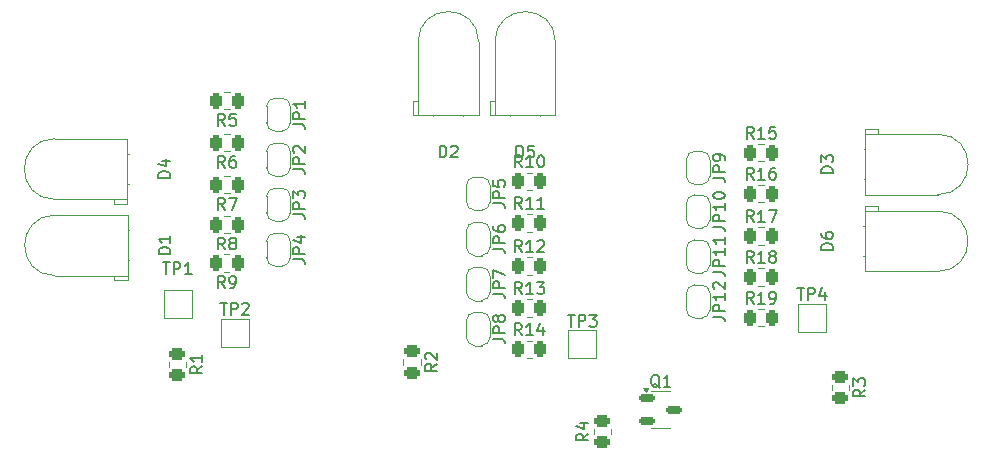
<source format=gbr>
%TF.GenerationSoftware,KiCad,Pcbnew,8.0.0*%
%TF.CreationDate,2024-03-22T14:44:16+02:00*%
%TF.ProjectId,Sensing systemv2,53656e73-696e-4672-9073-797374656d76,rev?*%
%TF.SameCoordinates,Original*%
%TF.FileFunction,Legend,Top*%
%TF.FilePolarity,Positive*%
%FSLAX46Y46*%
G04 Gerber Fmt 4.6, Leading zero omitted, Abs format (unit mm)*
G04 Created by KiCad (PCBNEW 8.0.0) date 2024-03-22 14:44:16*
%MOMM*%
%LPD*%
G01*
G04 APERTURE LIST*
G04 Aperture macros list*
%AMRoundRect*
0 Rectangle with rounded corners*
0 $1 Rounding radius*
0 $2 $3 $4 $5 $6 $7 $8 $9 X,Y pos of 4 corners*
0 Add a 4 corners polygon primitive as box body*
4,1,4,$2,$3,$4,$5,$6,$7,$8,$9,$2,$3,0*
0 Add four circle primitives for the rounded corners*
1,1,$1+$1,$2,$3*
1,1,$1+$1,$4,$5*
1,1,$1+$1,$6,$7*
1,1,$1+$1,$8,$9*
0 Add four rect primitives between the rounded corners*
20,1,$1+$1,$2,$3,$4,$5,0*
20,1,$1+$1,$4,$5,$6,$7,0*
20,1,$1+$1,$6,$7,$8,$9,0*
20,1,$1+$1,$8,$9,$2,$3,0*%
%AMFreePoly0*
4,1,19,0.500000,-0.750000,0.000000,-0.750000,0.000000,-0.744911,-0.071157,-0.744911,-0.207708,-0.704816,-0.327430,-0.627875,-0.420627,-0.520320,-0.479746,-0.390866,-0.500000,-0.250000,-0.500000,0.250000,-0.479746,0.390866,-0.420627,0.520320,-0.327430,0.627875,-0.207708,0.704816,-0.071157,0.744911,0.000000,0.744911,0.000000,0.750000,0.500000,0.750000,0.500000,-0.750000,0.500000,-0.750000,
$1*%
%AMFreePoly1*
4,1,19,0.000000,0.744911,0.071157,0.744911,0.207708,0.704816,0.327430,0.627875,0.420627,0.520320,0.479746,0.390866,0.500000,0.250000,0.500000,-0.250000,0.479746,-0.390866,0.420627,-0.520320,0.327430,-0.627875,0.207708,-0.704816,0.071157,-0.744911,0.000000,-0.744911,0.000000,-0.750000,-0.500000,-0.750000,-0.500000,0.750000,0.000000,0.750000,0.000000,0.744911,0.000000,0.744911,
$1*%
G04 Aperture macros list end*
%ADD10C,0.150000*%
%ADD11C,0.120000*%
%ADD12RoundRect,0.250000X0.262500X0.450000X-0.262500X0.450000X-0.262500X-0.450000X0.262500X-0.450000X0*%
%ADD13R,2.000000X2.000000*%
%ADD14RoundRect,0.250000X-0.450000X0.262500X-0.450000X-0.262500X0.450000X-0.262500X0.450000X0.262500X0*%
%ADD15FreePoly0,270.000000*%
%ADD16FreePoly1,270.000000*%
%ADD17RoundRect,0.250000X-0.262500X-0.450000X0.262500X-0.450000X0.262500X0.450000X-0.262500X0.450000X0*%
%ADD18R,1.800000X1.800000*%
%ADD19C,1.800000*%
%ADD20RoundRect,0.150000X-0.512500X-0.150000X0.512500X-0.150000X0.512500X0.150000X-0.512500X0.150000X0*%
%ADD21RoundRect,0.250000X0.450000X-0.262500X0.450000X0.262500X-0.450000X0.262500X-0.450000X-0.262500X0*%
%ADD22R,1.700000X1.700000*%
%ADD23O,1.700000X1.700000*%
G04 APERTURE END LIST*
D10*
X60741833Y-81584819D02*
X60408500Y-81108628D01*
X60170405Y-81584819D02*
X60170405Y-80584819D01*
X60170405Y-80584819D02*
X60551357Y-80584819D01*
X60551357Y-80584819D02*
X60646595Y-80632438D01*
X60646595Y-80632438D02*
X60694214Y-80680057D01*
X60694214Y-80680057D02*
X60741833Y-80775295D01*
X60741833Y-80775295D02*
X60741833Y-80918152D01*
X60741833Y-80918152D02*
X60694214Y-81013390D01*
X60694214Y-81013390D02*
X60646595Y-81061009D01*
X60646595Y-81061009D02*
X60551357Y-81108628D01*
X60551357Y-81108628D02*
X60170405Y-81108628D01*
X61313262Y-81013390D02*
X61218024Y-80965771D01*
X61218024Y-80965771D02*
X61170405Y-80918152D01*
X61170405Y-80918152D02*
X61122786Y-80822914D01*
X61122786Y-80822914D02*
X61122786Y-80775295D01*
X61122786Y-80775295D02*
X61170405Y-80680057D01*
X61170405Y-80680057D02*
X61218024Y-80632438D01*
X61218024Y-80632438D02*
X61313262Y-80584819D01*
X61313262Y-80584819D02*
X61503738Y-80584819D01*
X61503738Y-80584819D02*
X61598976Y-80632438D01*
X61598976Y-80632438D02*
X61646595Y-80680057D01*
X61646595Y-80680057D02*
X61694214Y-80775295D01*
X61694214Y-80775295D02*
X61694214Y-80822914D01*
X61694214Y-80822914D02*
X61646595Y-80918152D01*
X61646595Y-80918152D02*
X61598976Y-80965771D01*
X61598976Y-80965771D02*
X61503738Y-81013390D01*
X61503738Y-81013390D02*
X61313262Y-81013390D01*
X61313262Y-81013390D02*
X61218024Y-81061009D01*
X61218024Y-81061009D02*
X61170405Y-81108628D01*
X61170405Y-81108628D02*
X61122786Y-81203866D01*
X61122786Y-81203866D02*
X61122786Y-81394342D01*
X61122786Y-81394342D02*
X61170405Y-81489580D01*
X61170405Y-81489580D02*
X61218024Y-81537200D01*
X61218024Y-81537200D02*
X61313262Y-81584819D01*
X61313262Y-81584819D02*
X61503738Y-81584819D01*
X61503738Y-81584819D02*
X61598976Y-81537200D01*
X61598976Y-81537200D02*
X61646595Y-81489580D01*
X61646595Y-81489580D02*
X61694214Y-81394342D01*
X61694214Y-81394342D02*
X61694214Y-81203866D01*
X61694214Y-81203866D02*
X61646595Y-81108628D01*
X61646595Y-81108628D02*
X61598976Y-81061009D01*
X61598976Y-81061009D02*
X61503738Y-81013390D01*
X109213095Y-84831819D02*
X109784523Y-84831819D01*
X109498809Y-85831819D02*
X109498809Y-84831819D01*
X110117857Y-85831819D02*
X110117857Y-84831819D01*
X110117857Y-84831819D02*
X110498809Y-84831819D01*
X110498809Y-84831819D02*
X110594047Y-84879438D01*
X110594047Y-84879438D02*
X110641666Y-84927057D01*
X110641666Y-84927057D02*
X110689285Y-85022295D01*
X110689285Y-85022295D02*
X110689285Y-85165152D01*
X110689285Y-85165152D02*
X110641666Y-85260390D01*
X110641666Y-85260390D02*
X110594047Y-85308009D01*
X110594047Y-85308009D02*
X110498809Y-85355628D01*
X110498809Y-85355628D02*
X110117857Y-85355628D01*
X111546428Y-85165152D02*
X111546428Y-85831819D01*
X111308333Y-84784200D02*
X111070238Y-85498485D01*
X111070238Y-85498485D02*
X111689285Y-85498485D01*
X78704819Y-91279166D02*
X78228628Y-91612499D01*
X78704819Y-91850594D02*
X77704819Y-91850594D01*
X77704819Y-91850594D02*
X77704819Y-91469642D01*
X77704819Y-91469642D02*
X77752438Y-91374404D01*
X77752438Y-91374404D02*
X77800057Y-91326785D01*
X77800057Y-91326785D02*
X77895295Y-91279166D01*
X77895295Y-91279166D02*
X78038152Y-91279166D01*
X78038152Y-91279166D02*
X78133390Y-91326785D01*
X78133390Y-91326785D02*
X78181009Y-91374404D01*
X78181009Y-91374404D02*
X78228628Y-91469642D01*
X78228628Y-91469642D02*
X78228628Y-91850594D01*
X77800057Y-90898213D02*
X77752438Y-90850594D01*
X77752438Y-90850594D02*
X77704819Y-90755356D01*
X77704819Y-90755356D02*
X77704819Y-90517261D01*
X77704819Y-90517261D02*
X77752438Y-90422023D01*
X77752438Y-90422023D02*
X77800057Y-90374404D01*
X77800057Y-90374404D02*
X77895295Y-90326785D01*
X77895295Y-90326785D02*
X77990533Y-90326785D01*
X77990533Y-90326785D02*
X78133390Y-90374404D01*
X78133390Y-90374404D02*
X78704819Y-90945832D01*
X78704819Y-90945832D02*
X78704819Y-90326785D01*
X66532819Y-82433333D02*
X67247104Y-82433333D01*
X67247104Y-82433333D02*
X67389961Y-82480952D01*
X67389961Y-82480952D02*
X67485200Y-82576190D01*
X67485200Y-82576190D02*
X67532819Y-82719047D01*
X67532819Y-82719047D02*
X67532819Y-82814285D01*
X67532819Y-81957142D02*
X66532819Y-81957142D01*
X66532819Y-81957142D02*
X66532819Y-81576190D01*
X66532819Y-81576190D02*
X66580438Y-81480952D01*
X66580438Y-81480952D02*
X66628057Y-81433333D01*
X66628057Y-81433333D02*
X66723295Y-81385714D01*
X66723295Y-81385714D02*
X66866152Y-81385714D01*
X66866152Y-81385714D02*
X66961390Y-81433333D01*
X66961390Y-81433333D02*
X67009009Y-81480952D01*
X67009009Y-81480952D02*
X67056628Y-81576190D01*
X67056628Y-81576190D02*
X67056628Y-81957142D01*
X66866152Y-80528571D02*
X67532819Y-80528571D01*
X66485200Y-80766666D02*
X67199485Y-81004761D01*
X67199485Y-81004761D02*
X67199485Y-80385714D01*
X66532819Y-71003333D02*
X67247104Y-71003333D01*
X67247104Y-71003333D02*
X67389961Y-71050952D01*
X67389961Y-71050952D02*
X67485200Y-71146190D01*
X67485200Y-71146190D02*
X67532819Y-71289047D01*
X67532819Y-71289047D02*
X67532819Y-71384285D01*
X67532819Y-70527142D02*
X66532819Y-70527142D01*
X66532819Y-70527142D02*
X66532819Y-70146190D01*
X66532819Y-70146190D02*
X66580438Y-70050952D01*
X66580438Y-70050952D02*
X66628057Y-70003333D01*
X66628057Y-70003333D02*
X66723295Y-69955714D01*
X66723295Y-69955714D02*
X66866152Y-69955714D01*
X66866152Y-69955714D02*
X66961390Y-70003333D01*
X66961390Y-70003333D02*
X67009009Y-70050952D01*
X67009009Y-70050952D02*
X67056628Y-70146190D01*
X67056628Y-70146190D02*
X67056628Y-70527142D01*
X67532819Y-69003333D02*
X67532819Y-69574761D01*
X67532819Y-69289047D02*
X66532819Y-69289047D01*
X66532819Y-69289047D02*
X66675676Y-69384285D01*
X66675676Y-69384285D02*
X66770914Y-69479523D01*
X66770914Y-69479523D02*
X66818533Y-69574761D01*
X105505642Y-75668819D02*
X105172309Y-75192628D01*
X104934214Y-75668819D02*
X104934214Y-74668819D01*
X104934214Y-74668819D02*
X105315166Y-74668819D01*
X105315166Y-74668819D02*
X105410404Y-74716438D01*
X105410404Y-74716438D02*
X105458023Y-74764057D01*
X105458023Y-74764057D02*
X105505642Y-74859295D01*
X105505642Y-74859295D02*
X105505642Y-75002152D01*
X105505642Y-75002152D02*
X105458023Y-75097390D01*
X105458023Y-75097390D02*
X105410404Y-75145009D01*
X105410404Y-75145009D02*
X105315166Y-75192628D01*
X105315166Y-75192628D02*
X104934214Y-75192628D01*
X106458023Y-75668819D02*
X105886595Y-75668819D01*
X106172309Y-75668819D02*
X106172309Y-74668819D01*
X106172309Y-74668819D02*
X106077071Y-74811676D01*
X106077071Y-74811676D02*
X105981833Y-74906914D01*
X105981833Y-74906914D02*
X105886595Y-74954533D01*
X107315166Y-74668819D02*
X107124690Y-74668819D01*
X107124690Y-74668819D02*
X107029452Y-74716438D01*
X107029452Y-74716438D02*
X106981833Y-74764057D01*
X106981833Y-74764057D02*
X106886595Y-74906914D01*
X106886595Y-74906914D02*
X106838976Y-75097390D01*
X106838976Y-75097390D02*
X106838976Y-75478342D01*
X106838976Y-75478342D02*
X106886595Y-75573580D01*
X106886595Y-75573580D02*
X106934214Y-75621200D01*
X106934214Y-75621200D02*
X107029452Y-75668819D01*
X107029452Y-75668819D02*
X107219928Y-75668819D01*
X107219928Y-75668819D02*
X107315166Y-75621200D01*
X107315166Y-75621200D02*
X107362785Y-75573580D01*
X107362785Y-75573580D02*
X107410404Y-75478342D01*
X107410404Y-75478342D02*
X107410404Y-75240247D01*
X107410404Y-75240247D02*
X107362785Y-75145009D01*
X107362785Y-75145009D02*
X107315166Y-75097390D01*
X107315166Y-75097390D02*
X107219928Y-75049771D01*
X107219928Y-75049771D02*
X107029452Y-75049771D01*
X107029452Y-75049771D02*
X106934214Y-75097390D01*
X106934214Y-75097390D02*
X106886595Y-75145009D01*
X106886595Y-75145009D02*
X106838976Y-75240247D01*
X85869642Y-88854819D02*
X85536309Y-88378628D01*
X85298214Y-88854819D02*
X85298214Y-87854819D01*
X85298214Y-87854819D02*
X85679166Y-87854819D01*
X85679166Y-87854819D02*
X85774404Y-87902438D01*
X85774404Y-87902438D02*
X85822023Y-87950057D01*
X85822023Y-87950057D02*
X85869642Y-88045295D01*
X85869642Y-88045295D02*
X85869642Y-88188152D01*
X85869642Y-88188152D02*
X85822023Y-88283390D01*
X85822023Y-88283390D02*
X85774404Y-88331009D01*
X85774404Y-88331009D02*
X85679166Y-88378628D01*
X85679166Y-88378628D02*
X85298214Y-88378628D01*
X86822023Y-88854819D02*
X86250595Y-88854819D01*
X86536309Y-88854819D02*
X86536309Y-87854819D01*
X86536309Y-87854819D02*
X86441071Y-87997676D01*
X86441071Y-87997676D02*
X86345833Y-88092914D01*
X86345833Y-88092914D02*
X86250595Y-88140533D01*
X87679166Y-88188152D02*
X87679166Y-88854819D01*
X87441071Y-87807200D02*
X87202976Y-88521485D01*
X87202976Y-88521485D02*
X87822023Y-88521485D01*
X102069319Y-87303523D02*
X102783604Y-87303523D01*
X102783604Y-87303523D02*
X102926461Y-87351142D01*
X102926461Y-87351142D02*
X103021700Y-87446380D01*
X103021700Y-87446380D02*
X103069319Y-87589237D01*
X103069319Y-87589237D02*
X103069319Y-87684475D01*
X103069319Y-86827332D02*
X102069319Y-86827332D01*
X102069319Y-86827332D02*
X102069319Y-86446380D01*
X102069319Y-86446380D02*
X102116938Y-86351142D01*
X102116938Y-86351142D02*
X102164557Y-86303523D01*
X102164557Y-86303523D02*
X102259795Y-86255904D01*
X102259795Y-86255904D02*
X102402652Y-86255904D01*
X102402652Y-86255904D02*
X102497890Y-86303523D01*
X102497890Y-86303523D02*
X102545509Y-86351142D01*
X102545509Y-86351142D02*
X102593128Y-86446380D01*
X102593128Y-86446380D02*
X102593128Y-86827332D01*
X103069319Y-85303523D02*
X103069319Y-85874951D01*
X103069319Y-85589237D02*
X102069319Y-85589237D01*
X102069319Y-85589237D02*
X102212176Y-85684475D01*
X102212176Y-85684475D02*
X102307414Y-85779713D01*
X102307414Y-85779713D02*
X102355033Y-85874951D01*
X102164557Y-84922570D02*
X102116938Y-84874951D01*
X102116938Y-84874951D02*
X102069319Y-84779713D01*
X102069319Y-84779713D02*
X102069319Y-84541618D01*
X102069319Y-84541618D02*
X102116938Y-84446380D01*
X102116938Y-84446380D02*
X102164557Y-84398761D01*
X102164557Y-84398761D02*
X102259795Y-84351142D01*
X102259795Y-84351142D02*
X102355033Y-84351142D01*
X102355033Y-84351142D02*
X102497890Y-84398761D01*
X102497890Y-84398761D02*
X103069319Y-84970189D01*
X103069319Y-84970189D02*
X103069319Y-84351142D01*
X114954819Y-93454166D02*
X114478628Y-93787499D01*
X114954819Y-94025594D02*
X113954819Y-94025594D01*
X113954819Y-94025594D02*
X113954819Y-93644642D01*
X113954819Y-93644642D02*
X114002438Y-93549404D01*
X114002438Y-93549404D02*
X114050057Y-93501785D01*
X114050057Y-93501785D02*
X114145295Y-93454166D01*
X114145295Y-93454166D02*
X114288152Y-93454166D01*
X114288152Y-93454166D02*
X114383390Y-93501785D01*
X114383390Y-93501785D02*
X114431009Y-93549404D01*
X114431009Y-93549404D02*
X114478628Y-93644642D01*
X114478628Y-93644642D02*
X114478628Y-94025594D01*
X113954819Y-93120832D02*
X113954819Y-92501785D01*
X113954819Y-92501785D02*
X114335771Y-92835118D01*
X114335771Y-92835118D02*
X114335771Y-92692261D01*
X114335771Y-92692261D02*
X114383390Y-92597023D01*
X114383390Y-92597023D02*
X114431009Y-92549404D01*
X114431009Y-92549404D02*
X114526247Y-92501785D01*
X114526247Y-92501785D02*
X114764342Y-92501785D01*
X114764342Y-92501785D02*
X114859580Y-92549404D01*
X114859580Y-92549404D02*
X114907200Y-92597023D01*
X114907200Y-92597023D02*
X114954819Y-92692261D01*
X114954819Y-92692261D02*
X114954819Y-92977975D01*
X114954819Y-92977975D02*
X114907200Y-93073213D01*
X114907200Y-93073213D02*
X114859580Y-93120832D01*
X66532819Y-74813333D02*
X67247104Y-74813333D01*
X67247104Y-74813333D02*
X67389961Y-74860952D01*
X67389961Y-74860952D02*
X67485200Y-74956190D01*
X67485200Y-74956190D02*
X67532819Y-75099047D01*
X67532819Y-75099047D02*
X67532819Y-75194285D01*
X67532819Y-74337142D02*
X66532819Y-74337142D01*
X66532819Y-74337142D02*
X66532819Y-73956190D01*
X66532819Y-73956190D02*
X66580438Y-73860952D01*
X66580438Y-73860952D02*
X66628057Y-73813333D01*
X66628057Y-73813333D02*
X66723295Y-73765714D01*
X66723295Y-73765714D02*
X66866152Y-73765714D01*
X66866152Y-73765714D02*
X66961390Y-73813333D01*
X66961390Y-73813333D02*
X67009009Y-73860952D01*
X67009009Y-73860952D02*
X67056628Y-73956190D01*
X67056628Y-73956190D02*
X67056628Y-74337142D01*
X66628057Y-73384761D02*
X66580438Y-73337142D01*
X66580438Y-73337142D02*
X66532819Y-73241904D01*
X66532819Y-73241904D02*
X66532819Y-73003809D01*
X66532819Y-73003809D02*
X66580438Y-72908571D01*
X66580438Y-72908571D02*
X66628057Y-72860952D01*
X66628057Y-72860952D02*
X66723295Y-72813333D01*
X66723295Y-72813333D02*
X66818533Y-72813333D01*
X66818533Y-72813333D02*
X66961390Y-72860952D01*
X66961390Y-72860952D02*
X67532819Y-73432380D01*
X67532819Y-73432380D02*
X67532819Y-72813333D01*
X55498095Y-82681819D02*
X56069523Y-82681819D01*
X55783809Y-83681819D02*
X55783809Y-82681819D01*
X56402857Y-83681819D02*
X56402857Y-82681819D01*
X56402857Y-82681819D02*
X56783809Y-82681819D01*
X56783809Y-82681819D02*
X56879047Y-82729438D01*
X56879047Y-82729438D02*
X56926666Y-82777057D01*
X56926666Y-82777057D02*
X56974285Y-82872295D01*
X56974285Y-82872295D02*
X56974285Y-83015152D01*
X56974285Y-83015152D02*
X56926666Y-83110390D01*
X56926666Y-83110390D02*
X56879047Y-83158009D01*
X56879047Y-83158009D02*
X56783809Y-83205628D01*
X56783809Y-83205628D02*
X56402857Y-83205628D01*
X57926666Y-83681819D02*
X57355238Y-83681819D01*
X57640952Y-83681819D02*
X57640952Y-82681819D01*
X57640952Y-82681819D02*
X57545714Y-82824676D01*
X57545714Y-82824676D02*
X57450476Y-82919914D01*
X57450476Y-82919914D02*
X57355238Y-82967533D01*
X89781595Y-87125819D02*
X90353023Y-87125819D01*
X90067309Y-88125819D02*
X90067309Y-87125819D01*
X90686357Y-88125819D02*
X90686357Y-87125819D01*
X90686357Y-87125819D02*
X91067309Y-87125819D01*
X91067309Y-87125819D02*
X91162547Y-87173438D01*
X91162547Y-87173438D02*
X91210166Y-87221057D01*
X91210166Y-87221057D02*
X91257785Y-87316295D01*
X91257785Y-87316295D02*
X91257785Y-87459152D01*
X91257785Y-87459152D02*
X91210166Y-87554390D01*
X91210166Y-87554390D02*
X91162547Y-87602009D01*
X91162547Y-87602009D02*
X91067309Y-87649628D01*
X91067309Y-87649628D02*
X90686357Y-87649628D01*
X91591119Y-87125819D02*
X92210166Y-87125819D01*
X92210166Y-87125819D02*
X91876833Y-87506771D01*
X91876833Y-87506771D02*
X92019690Y-87506771D01*
X92019690Y-87506771D02*
X92114928Y-87554390D01*
X92114928Y-87554390D02*
X92162547Y-87602009D01*
X92162547Y-87602009D02*
X92210166Y-87697247D01*
X92210166Y-87697247D02*
X92210166Y-87935342D01*
X92210166Y-87935342D02*
X92162547Y-88030580D01*
X92162547Y-88030580D02*
X92114928Y-88078200D01*
X92114928Y-88078200D02*
X92019690Y-88125819D01*
X92019690Y-88125819D02*
X91733976Y-88125819D01*
X91733976Y-88125819D02*
X91638738Y-88078200D01*
X91638738Y-88078200D02*
X91591119Y-88030580D01*
X58823019Y-91477766D02*
X58346828Y-91811099D01*
X58823019Y-92049194D02*
X57823019Y-92049194D01*
X57823019Y-92049194D02*
X57823019Y-91668242D01*
X57823019Y-91668242D02*
X57870638Y-91573004D01*
X57870638Y-91573004D02*
X57918257Y-91525385D01*
X57918257Y-91525385D02*
X58013495Y-91477766D01*
X58013495Y-91477766D02*
X58156352Y-91477766D01*
X58156352Y-91477766D02*
X58251590Y-91525385D01*
X58251590Y-91525385D02*
X58299209Y-91573004D01*
X58299209Y-91573004D02*
X58346828Y-91668242D01*
X58346828Y-91668242D02*
X58346828Y-92049194D01*
X58823019Y-90525385D02*
X58823019Y-91096813D01*
X58823019Y-90811099D02*
X57823019Y-90811099D01*
X57823019Y-90811099D02*
X57965876Y-90906337D01*
X57965876Y-90906337D02*
X58061114Y-91001575D01*
X58061114Y-91001575D02*
X58108733Y-91096813D01*
X78926905Y-73788819D02*
X78926905Y-72788819D01*
X78926905Y-72788819D02*
X79165000Y-72788819D01*
X79165000Y-72788819D02*
X79307857Y-72836438D01*
X79307857Y-72836438D02*
X79403095Y-72931676D01*
X79403095Y-72931676D02*
X79450714Y-73026914D01*
X79450714Y-73026914D02*
X79498333Y-73217390D01*
X79498333Y-73217390D02*
X79498333Y-73360247D01*
X79498333Y-73360247D02*
X79450714Y-73550723D01*
X79450714Y-73550723D02*
X79403095Y-73645961D01*
X79403095Y-73645961D02*
X79307857Y-73741200D01*
X79307857Y-73741200D02*
X79165000Y-73788819D01*
X79165000Y-73788819D02*
X78926905Y-73788819D01*
X79879286Y-72884057D02*
X79926905Y-72836438D01*
X79926905Y-72836438D02*
X80022143Y-72788819D01*
X80022143Y-72788819D02*
X80260238Y-72788819D01*
X80260238Y-72788819D02*
X80355476Y-72836438D01*
X80355476Y-72836438D02*
X80403095Y-72884057D01*
X80403095Y-72884057D02*
X80450714Y-72979295D01*
X80450714Y-72979295D02*
X80450714Y-73074533D01*
X80450714Y-73074533D02*
X80403095Y-73217390D01*
X80403095Y-73217390D02*
X79831667Y-73788819D01*
X79831667Y-73788819D02*
X80450714Y-73788819D01*
X66532819Y-78623333D02*
X67247104Y-78623333D01*
X67247104Y-78623333D02*
X67389961Y-78670952D01*
X67389961Y-78670952D02*
X67485200Y-78766190D01*
X67485200Y-78766190D02*
X67532819Y-78909047D01*
X67532819Y-78909047D02*
X67532819Y-79004285D01*
X67532819Y-78147142D02*
X66532819Y-78147142D01*
X66532819Y-78147142D02*
X66532819Y-77766190D01*
X66532819Y-77766190D02*
X66580438Y-77670952D01*
X66580438Y-77670952D02*
X66628057Y-77623333D01*
X66628057Y-77623333D02*
X66723295Y-77575714D01*
X66723295Y-77575714D02*
X66866152Y-77575714D01*
X66866152Y-77575714D02*
X66961390Y-77623333D01*
X66961390Y-77623333D02*
X67009009Y-77670952D01*
X67009009Y-77670952D02*
X67056628Y-77766190D01*
X67056628Y-77766190D02*
X67056628Y-78147142D01*
X66532819Y-77242380D02*
X66532819Y-76623333D01*
X66532819Y-76623333D02*
X66913771Y-76956666D01*
X66913771Y-76956666D02*
X66913771Y-76813809D01*
X66913771Y-76813809D02*
X66961390Y-76718571D01*
X66961390Y-76718571D02*
X67009009Y-76670952D01*
X67009009Y-76670952D02*
X67104247Y-76623333D01*
X67104247Y-76623333D02*
X67342342Y-76623333D01*
X67342342Y-76623333D02*
X67437580Y-76670952D01*
X67437580Y-76670952D02*
X67485200Y-76718571D01*
X67485200Y-76718571D02*
X67532819Y-76813809D01*
X67532819Y-76813809D02*
X67532819Y-77099523D01*
X67532819Y-77099523D02*
X67485200Y-77194761D01*
X67485200Y-77194761D02*
X67437580Y-77242380D01*
X102069319Y-79683523D02*
X102783604Y-79683523D01*
X102783604Y-79683523D02*
X102926461Y-79731142D01*
X102926461Y-79731142D02*
X103021700Y-79826380D01*
X103021700Y-79826380D02*
X103069319Y-79969237D01*
X103069319Y-79969237D02*
X103069319Y-80064475D01*
X103069319Y-79207332D02*
X102069319Y-79207332D01*
X102069319Y-79207332D02*
X102069319Y-78826380D01*
X102069319Y-78826380D02*
X102116938Y-78731142D01*
X102116938Y-78731142D02*
X102164557Y-78683523D01*
X102164557Y-78683523D02*
X102259795Y-78635904D01*
X102259795Y-78635904D02*
X102402652Y-78635904D01*
X102402652Y-78635904D02*
X102497890Y-78683523D01*
X102497890Y-78683523D02*
X102545509Y-78731142D01*
X102545509Y-78731142D02*
X102593128Y-78826380D01*
X102593128Y-78826380D02*
X102593128Y-79207332D01*
X103069319Y-77683523D02*
X103069319Y-78254951D01*
X103069319Y-77969237D02*
X102069319Y-77969237D01*
X102069319Y-77969237D02*
X102212176Y-78064475D01*
X102212176Y-78064475D02*
X102307414Y-78159713D01*
X102307414Y-78159713D02*
X102355033Y-78254951D01*
X102069319Y-77064475D02*
X102069319Y-76969237D01*
X102069319Y-76969237D02*
X102116938Y-76873999D01*
X102116938Y-76873999D02*
X102164557Y-76826380D01*
X102164557Y-76826380D02*
X102259795Y-76778761D01*
X102259795Y-76778761D02*
X102450271Y-76731142D01*
X102450271Y-76731142D02*
X102688366Y-76731142D01*
X102688366Y-76731142D02*
X102878842Y-76778761D01*
X102878842Y-76778761D02*
X102974080Y-76826380D01*
X102974080Y-76826380D02*
X103021700Y-76873999D01*
X103021700Y-76873999D02*
X103069319Y-76969237D01*
X103069319Y-76969237D02*
X103069319Y-77064475D01*
X103069319Y-77064475D02*
X103021700Y-77159713D01*
X103021700Y-77159713D02*
X102974080Y-77207332D01*
X102974080Y-77207332D02*
X102878842Y-77254951D01*
X102878842Y-77254951D02*
X102688366Y-77302570D01*
X102688366Y-77302570D02*
X102450271Y-77302570D01*
X102450271Y-77302570D02*
X102259795Y-77254951D01*
X102259795Y-77254951D02*
X102164557Y-77207332D01*
X102164557Y-77207332D02*
X102116938Y-77159713D01*
X102116938Y-77159713D02*
X102069319Y-77064475D01*
X85431905Y-73793419D02*
X85431905Y-72793419D01*
X85431905Y-72793419D02*
X85670000Y-72793419D01*
X85670000Y-72793419D02*
X85812857Y-72841038D01*
X85812857Y-72841038D02*
X85908095Y-72936276D01*
X85908095Y-72936276D02*
X85955714Y-73031514D01*
X85955714Y-73031514D02*
X86003333Y-73221990D01*
X86003333Y-73221990D02*
X86003333Y-73364847D01*
X86003333Y-73364847D02*
X85955714Y-73555323D01*
X85955714Y-73555323D02*
X85908095Y-73650561D01*
X85908095Y-73650561D02*
X85812857Y-73745800D01*
X85812857Y-73745800D02*
X85670000Y-73793419D01*
X85670000Y-73793419D02*
X85431905Y-73793419D01*
X86908095Y-72793419D02*
X86431905Y-72793419D01*
X86431905Y-72793419D02*
X86384286Y-73269609D01*
X86384286Y-73269609D02*
X86431905Y-73221990D01*
X86431905Y-73221990D02*
X86527143Y-73174371D01*
X86527143Y-73174371D02*
X86765238Y-73174371D01*
X86765238Y-73174371D02*
X86860476Y-73221990D01*
X86860476Y-73221990D02*
X86908095Y-73269609D01*
X86908095Y-73269609D02*
X86955714Y-73364847D01*
X86955714Y-73364847D02*
X86955714Y-73602942D01*
X86955714Y-73602942D02*
X86908095Y-73698180D01*
X86908095Y-73698180D02*
X86860476Y-73745800D01*
X86860476Y-73745800D02*
X86765238Y-73793419D01*
X86765238Y-73793419D02*
X86527143Y-73793419D01*
X86527143Y-73793419D02*
X86431905Y-73745800D01*
X86431905Y-73745800D02*
X86384286Y-73698180D01*
X112226819Y-81621694D02*
X111226819Y-81621694D01*
X111226819Y-81621694D02*
X111226819Y-81383599D01*
X111226819Y-81383599D02*
X111274438Y-81240742D01*
X111274438Y-81240742D02*
X111369676Y-81145504D01*
X111369676Y-81145504D02*
X111464914Y-81097885D01*
X111464914Y-81097885D02*
X111655390Y-81050266D01*
X111655390Y-81050266D02*
X111798247Y-81050266D01*
X111798247Y-81050266D02*
X111988723Y-81097885D01*
X111988723Y-81097885D02*
X112083961Y-81145504D01*
X112083961Y-81145504D02*
X112179200Y-81240742D01*
X112179200Y-81240742D02*
X112226819Y-81383599D01*
X112226819Y-81383599D02*
X112226819Y-81621694D01*
X111226819Y-80193123D02*
X111226819Y-80383599D01*
X111226819Y-80383599D02*
X111274438Y-80478837D01*
X111274438Y-80478837D02*
X111322057Y-80526456D01*
X111322057Y-80526456D02*
X111464914Y-80621694D01*
X111464914Y-80621694D02*
X111655390Y-80669313D01*
X111655390Y-80669313D02*
X112036342Y-80669313D01*
X112036342Y-80669313D02*
X112131580Y-80621694D01*
X112131580Y-80621694D02*
X112179200Y-80574075D01*
X112179200Y-80574075D02*
X112226819Y-80478837D01*
X112226819Y-80478837D02*
X112226819Y-80288361D01*
X112226819Y-80288361D02*
X112179200Y-80193123D01*
X112179200Y-80193123D02*
X112131580Y-80145504D01*
X112131580Y-80145504D02*
X112036342Y-80097885D01*
X112036342Y-80097885D02*
X111798247Y-80097885D01*
X111798247Y-80097885D02*
X111703009Y-80145504D01*
X111703009Y-80145504D02*
X111655390Y-80193123D01*
X111655390Y-80193123D02*
X111607771Y-80288361D01*
X111607771Y-80288361D02*
X111607771Y-80478837D01*
X111607771Y-80478837D02*
X111655390Y-80574075D01*
X111655390Y-80574075D02*
X111703009Y-80621694D01*
X111703009Y-80621694D02*
X111798247Y-80669313D01*
X85869642Y-85360819D02*
X85536309Y-84884628D01*
X85298214Y-85360819D02*
X85298214Y-84360819D01*
X85298214Y-84360819D02*
X85679166Y-84360819D01*
X85679166Y-84360819D02*
X85774404Y-84408438D01*
X85774404Y-84408438D02*
X85822023Y-84456057D01*
X85822023Y-84456057D02*
X85869642Y-84551295D01*
X85869642Y-84551295D02*
X85869642Y-84694152D01*
X85869642Y-84694152D02*
X85822023Y-84789390D01*
X85822023Y-84789390D02*
X85774404Y-84837009D01*
X85774404Y-84837009D02*
X85679166Y-84884628D01*
X85679166Y-84884628D02*
X85298214Y-84884628D01*
X86822023Y-85360819D02*
X86250595Y-85360819D01*
X86536309Y-85360819D02*
X86536309Y-84360819D01*
X86536309Y-84360819D02*
X86441071Y-84503676D01*
X86441071Y-84503676D02*
X86345833Y-84598914D01*
X86345833Y-84598914D02*
X86250595Y-84646533D01*
X87155357Y-84360819D02*
X87774404Y-84360819D01*
X87774404Y-84360819D02*
X87441071Y-84741771D01*
X87441071Y-84741771D02*
X87583928Y-84741771D01*
X87583928Y-84741771D02*
X87679166Y-84789390D01*
X87679166Y-84789390D02*
X87726785Y-84837009D01*
X87726785Y-84837009D02*
X87774404Y-84932247D01*
X87774404Y-84932247D02*
X87774404Y-85170342D01*
X87774404Y-85170342D02*
X87726785Y-85265580D01*
X87726785Y-85265580D02*
X87679166Y-85313200D01*
X87679166Y-85313200D02*
X87583928Y-85360819D01*
X87583928Y-85360819D02*
X87298214Y-85360819D01*
X87298214Y-85360819D02*
X87202976Y-85313200D01*
X87202976Y-85313200D02*
X87155357Y-85265580D01*
X105505642Y-79264819D02*
X105172309Y-78788628D01*
X104934214Y-79264819D02*
X104934214Y-78264819D01*
X104934214Y-78264819D02*
X105315166Y-78264819D01*
X105315166Y-78264819D02*
X105410404Y-78312438D01*
X105410404Y-78312438D02*
X105458023Y-78360057D01*
X105458023Y-78360057D02*
X105505642Y-78455295D01*
X105505642Y-78455295D02*
X105505642Y-78598152D01*
X105505642Y-78598152D02*
X105458023Y-78693390D01*
X105458023Y-78693390D02*
X105410404Y-78741009D01*
X105410404Y-78741009D02*
X105315166Y-78788628D01*
X105315166Y-78788628D02*
X104934214Y-78788628D01*
X106458023Y-79264819D02*
X105886595Y-79264819D01*
X106172309Y-79264819D02*
X106172309Y-78264819D01*
X106172309Y-78264819D02*
X106077071Y-78407676D01*
X106077071Y-78407676D02*
X105981833Y-78502914D01*
X105981833Y-78502914D02*
X105886595Y-78550533D01*
X106791357Y-78264819D02*
X107458023Y-78264819D01*
X107458023Y-78264819D02*
X107029452Y-79264819D01*
X83447419Y-89154333D02*
X84161704Y-89154333D01*
X84161704Y-89154333D02*
X84304561Y-89201952D01*
X84304561Y-89201952D02*
X84399800Y-89297190D01*
X84399800Y-89297190D02*
X84447419Y-89440047D01*
X84447419Y-89440047D02*
X84447419Y-89535285D01*
X84447419Y-88678142D02*
X83447419Y-88678142D01*
X83447419Y-88678142D02*
X83447419Y-88297190D01*
X83447419Y-88297190D02*
X83495038Y-88201952D01*
X83495038Y-88201952D02*
X83542657Y-88154333D01*
X83542657Y-88154333D02*
X83637895Y-88106714D01*
X83637895Y-88106714D02*
X83780752Y-88106714D01*
X83780752Y-88106714D02*
X83875990Y-88154333D01*
X83875990Y-88154333D02*
X83923609Y-88201952D01*
X83923609Y-88201952D02*
X83971228Y-88297190D01*
X83971228Y-88297190D02*
X83971228Y-88678142D01*
X83875990Y-87535285D02*
X83828371Y-87630523D01*
X83828371Y-87630523D02*
X83780752Y-87678142D01*
X83780752Y-87678142D02*
X83685514Y-87725761D01*
X83685514Y-87725761D02*
X83637895Y-87725761D01*
X83637895Y-87725761D02*
X83542657Y-87678142D01*
X83542657Y-87678142D02*
X83495038Y-87630523D01*
X83495038Y-87630523D02*
X83447419Y-87535285D01*
X83447419Y-87535285D02*
X83447419Y-87344809D01*
X83447419Y-87344809D02*
X83495038Y-87249571D01*
X83495038Y-87249571D02*
X83542657Y-87201952D01*
X83542657Y-87201952D02*
X83637895Y-87154333D01*
X83637895Y-87154333D02*
X83685514Y-87154333D01*
X83685514Y-87154333D02*
X83780752Y-87201952D01*
X83780752Y-87201952D02*
X83828371Y-87249571D01*
X83828371Y-87249571D02*
X83875990Y-87344809D01*
X83875990Y-87344809D02*
X83875990Y-87535285D01*
X83875990Y-87535285D02*
X83923609Y-87630523D01*
X83923609Y-87630523D02*
X83971228Y-87678142D01*
X83971228Y-87678142D02*
X84066466Y-87725761D01*
X84066466Y-87725761D02*
X84256942Y-87725761D01*
X84256942Y-87725761D02*
X84352180Y-87678142D01*
X84352180Y-87678142D02*
X84399800Y-87630523D01*
X84399800Y-87630523D02*
X84447419Y-87535285D01*
X84447419Y-87535285D02*
X84447419Y-87344809D01*
X84447419Y-87344809D02*
X84399800Y-87249571D01*
X84399800Y-87249571D02*
X84352180Y-87201952D01*
X84352180Y-87201952D02*
X84256942Y-87154333D01*
X84256942Y-87154333D02*
X84066466Y-87154333D01*
X84066466Y-87154333D02*
X83971228Y-87201952D01*
X83971228Y-87201952D02*
X83923609Y-87249571D01*
X83923609Y-87249571D02*
X83875990Y-87344809D01*
X85869642Y-74629819D02*
X85536309Y-74153628D01*
X85298214Y-74629819D02*
X85298214Y-73629819D01*
X85298214Y-73629819D02*
X85679166Y-73629819D01*
X85679166Y-73629819D02*
X85774404Y-73677438D01*
X85774404Y-73677438D02*
X85822023Y-73725057D01*
X85822023Y-73725057D02*
X85869642Y-73820295D01*
X85869642Y-73820295D02*
X85869642Y-73963152D01*
X85869642Y-73963152D02*
X85822023Y-74058390D01*
X85822023Y-74058390D02*
X85774404Y-74106009D01*
X85774404Y-74106009D02*
X85679166Y-74153628D01*
X85679166Y-74153628D02*
X85298214Y-74153628D01*
X86822023Y-74629819D02*
X86250595Y-74629819D01*
X86536309Y-74629819D02*
X86536309Y-73629819D01*
X86536309Y-73629819D02*
X86441071Y-73772676D01*
X86441071Y-73772676D02*
X86345833Y-73867914D01*
X86345833Y-73867914D02*
X86250595Y-73915533D01*
X87441071Y-73629819D02*
X87536309Y-73629819D01*
X87536309Y-73629819D02*
X87631547Y-73677438D01*
X87631547Y-73677438D02*
X87679166Y-73725057D01*
X87679166Y-73725057D02*
X87726785Y-73820295D01*
X87726785Y-73820295D02*
X87774404Y-74010771D01*
X87774404Y-74010771D02*
X87774404Y-74248866D01*
X87774404Y-74248866D02*
X87726785Y-74439342D01*
X87726785Y-74439342D02*
X87679166Y-74534580D01*
X87679166Y-74534580D02*
X87631547Y-74582200D01*
X87631547Y-74582200D02*
X87536309Y-74629819D01*
X87536309Y-74629819D02*
X87441071Y-74629819D01*
X87441071Y-74629819D02*
X87345833Y-74582200D01*
X87345833Y-74582200D02*
X87298214Y-74534580D01*
X87298214Y-74534580D02*
X87250595Y-74439342D01*
X87250595Y-74439342D02*
X87202976Y-74248866D01*
X87202976Y-74248866D02*
X87202976Y-74010771D01*
X87202976Y-74010771D02*
X87250595Y-73820295D01*
X87250595Y-73820295D02*
X87298214Y-73725057D01*
X87298214Y-73725057D02*
X87345833Y-73677438D01*
X87345833Y-73677438D02*
X87441071Y-73629819D01*
X83447419Y-81534333D02*
X84161704Y-81534333D01*
X84161704Y-81534333D02*
X84304561Y-81581952D01*
X84304561Y-81581952D02*
X84399800Y-81677190D01*
X84399800Y-81677190D02*
X84447419Y-81820047D01*
X84447419Y-81820047D02*
X84447419Y-81915285D01*
X84447419Y-81058142D02*
X83447419Y-81058142D01*
X83447419Y-81058142D02*
X83447419Y-80677190D01*
X83447419Y-80677190D02*
X83495038Y-80581952D01*
X83495038Y-80581952D02*
X83542657Y-80534333D01*
X83542657Y-80534333D02*
X83637895Y-80486714D01*
X83637895Y-80486714D02*
X83780752Y-80486714D01*
X83780752Y-80486714D02*
X83875990Y-80534333D01*
X83875990Y-80534333D02*
X83923609Y-80581952D01*
X83923609Y-80581952D02*
X83971228Y-80677190D01*
X83971228Y-80677190D02*
X83971228Y-81058142D01*
X83447419Y-79629571D02*
X83447419Y-79820047D01*
X83447419Y-79820047D02*
X83495038Y-79915285D01*
X83495038Y-79915285D02*
X83542657Y-79962904D01*
X83542657Y-79962904D02*
X83685514Y-80058142D01*
X83685514Y-80058142D02*
X83875990Y-80105761D01*
X83875990Y-80105761D02*
X84256942Y-80105761D01*
X84256942Y-80105761D02*
X84352180Y-80058142D01*
X84352180Y-80058142D02*
X84399800Y-80010523D01*
X84399800Y-80010523D02*
X84447419Y-79915285D01*
X84447419Y-79915285D02*
X84447419Y-79724809D01*
X84447419Y-79724809D02*
X84399800Y-79629571D01*
X84399800Y-79629571D02*
X84352180Y-79581952D01*
X84352180Y-79581952D02*
X84256942Y-79534333D01*
X84256942Y-79534333D02*
X84018847Y-79534333D01*
X84018847Y-79534333D02*
X83923609Y-79581952D01*
X83923609Y-79581952D02*
X83875990Y-79629571D01*
X83875990Y-79629571D02*
X83828371Y-79724809D01*
X83828371Y-79724809D02*
X83828371Y-79915285D01*
X83828371Y-79915285D02*
X83875990Y-80010523D01*
X83875990Y-80010523D02*
X83923609Y-80058142D01*
X83923609Y-80058142D02*
X84018847Y-80105761D01*
X105505642Y-72210819D02*
X105172309Y-71734628D01*
X104934214Y-72210819D02*
X104934214Y-71210819D01*
X104934214Y-71210819D02*
X105315166Y-71210819D01*
X105315166Y-71210819D02*
X105410404Y-71258438D01*
X105410404Y-71258438D02*
X105458023Y-71306057D01*
X105458023Y-71306057D02*
X105505642Y-71401295D01*
X105505642Y-71401295D02*
X105505642Y-71544152D01*
X105505642Y-71544152D02*
X105458023Y-71639390D01*
X105458023Y-71639390D02*
X105410404Y-71687009D01*
X105410404Y-71687009D02*
X105315166Y-71734628D01*
X105315166Y-71734628D02*
X104934214Y-71734628D01*
X106458023Y-72210819D02*
X105886595Y-72210819D01*
X106172309Y-72210819D02*
X106172309Y-71210819D01*
X106172309Y-71210819D02*
X106077071Y-71353676D01*
X106077071Y-71353676D02*
X105981833Y-71448914D01*
X105981833Y-71448914D02*
X105886595Y-71496533D01*
X107362785Y-71210819D02*
X106886595Y-71210819D01*
X106886595Y-71210819D02*
X106838976Y-71687009D01*
X106838976Y-71687009D02*
X106886595Y-71639390D01*
X106886595Y-71639390D02*
X106981833Y-71591771D01*
X106981833Y-71591771D02*
X107219928Y-71591771D01*
X107219928Y-71591771D02*
X107315166Y-71639390D01*
X107315166Y-71639390D02*
X107362785Y-71687009D01*
X107362785Y-71687009D02*
X107410404Y-71782247D01*
X107410404Y-71782247D02*
X107410404Y-72020342D01*
X107410404Y-72020342D02*
X107362785Y-72115580D01*
X107362785Y-72115580D02*
X107315166Y-72163200D01*
X107315166Y-72163200D02*
X107219928Y-72210819D01*
X107219928Y-72210819D02*
X106981833Y-72210819D01*
X106981833Y-72210819D02*
X106886595Y-72163200D01*
X106886595Y-72163200D02*
X106838976Y-72115580D01*
X83447419Y-77694333D02*
X84161704Y-77694333D01*
X84161704Y-77694333D02*
X84304561Y-77741952D01*
X84304561Y-77741952D02*
X84399800Y-77837190D01*
X84399800Y-77837190D02*
X84447419Y-77980047D01*
X84447419Y-77980047D02*
X84447419Y-78075285D01*
X84447419Y-77218142D02*
X83447419Y-77218142D01*
X83447419Y-77218142D02*
X83447419Y-76837190D01*
X83447419Y-76837190D02*
X83495038Y-76741952D01*
X83495038Y-76741952D02*
X83542657Y-76694333D01*
X83542657Y-76694333D02*
X83637895Y-76646714D01*
X83637895Y-76646714D02*
X83780752Y-76646714D01*
X83780752Y-76646714D02*
X83875990Y-76694333D01*
X83875990Y-76694333D02*
X83923609Y-76741952D01*
X83923609Y-76741952D02*
X83971228Y-76837190D01*
X83971228Y-76837190D02*
X83971228Y-77218142D01*
X83447419Y-75741952D02*
X83447419Y-76218142D01*
X83447419Y-76218142D02*
X83923609Y-76265761D01*
X83923609Y-76265761D02*
X83875990Y-76218142D01*
X83875990Y-76218142D02*
X83828371Y-76122904D01*
X83828371Y-76122904D02*
X83828371Y-75884809D01*
X83828371Y-75884809D02*
X83875990Y-75789571D01*
X83875990Y-75789571D02*
X83923609Y-75741952D01*
X83923609Y-75741952D02*
X84018847Y-75694333D01*
X84018847Y-75694333D02*
X84256942Y-75694333D01*
X84256942Y-75694333D02*
X84352180Y-75741952D01*
X84352180Y-75741952D02*
X84399800Y-75789571D01*
X84399800Y-75789571D02*
X84447419Y-75884809D01*
X84447419Y-75884809D02*
X84447419Y-76122904D01*
X84447419Y-76122904D02*
X84399800Y-76218142D01*
X84399800Y-76218142D02*
X84352180Y-76265761D01*
X60736833Y-84854819D02*
X60403500Y-84378628D01*
X60165405Y-84854819D02*
X60165405Y-83854819D01*
X60165405Y-83854819D02*
X60546357Y-83854819D01*
X60546357Y-83854819D02*
X60641595Y-83902438D01*
X60641595Y-83902438D02*
X60689214Y-83950057D01*
X60689214Y-83950057D02*
X60736833Y-84045295D01*
X60736833Y-84045295D02*
X60736833Y-84188152D01*
X60736833Y-84188152D02*
X60689214Y-84283390D01*
X60689214Y-84283390D02*
X60641595Y-84331009D01*
X60641595Y-84331009D02*
X60546357Y-84378628D01*
X60546357Y-84378628D02*
X60165405Y-84378628D01*
X61213024Y-84854819D02*
X61403500Y-84854819D01*
X61403500Y-84854819D02*
X61498738Y-84807200D01*
X61498738Y-84807200D02*
X61546357Y-84759580D01*
X61546357Y-84759580D02*
X61641595Y-84616723D01*
X61641595Y-84616723D02*
X61689214Y-84426247D01*
X61689214Y-84426247D02*
X61689214Y-84045295D01*
X61689214Y-84045295D02*
X61641595Y-83950057D01*
X61641595Y-83950057D02*
X61593976Y-83902438D01*
X61593976Y-83902438D02*
X61498738Y-83854819D01*
X61498738Y-83854819D02*
X61308262Y-83854819D01*
X61308262Y-83854819D02*
X61213024Y-83902438D01*
X61213024Y-83902438D02*
X61165405Y-83950057D01*
X61165405Y-83950057D02*
X61117786Y-84045295D01*
X61117786Y-84045295D02*
X61117786Y-84283390D01*
X61117786Y-84283390D02*
X61165405Y-84378628D01*
X61165405Y-84378628D02*
X61213024Y-84426247D01*
X61213024Y-84426247D02*
X61308262Y-84473866D01*
X61308262Y-84473866D02*
X61498738Y-84473866D01*
X61498738Y-84473866D02*
X61593976Y-84426247D01*
X61593976Y-84426247D02*
X61641595Y-84378628D01*
X61641595Y-84378628D02*
X61689214Y-84283390D01*
X60745833Y-74660819D02*
X60412500Y-74184628D01*
X60174405Y-74660819D02*
X60174405Y-73660819D01*
X60174405Y-73660819D02*
X60555357Y-73660819D01*
X60555357Y-73660819D02*
X60650595Y-73708438D01*
X60650595Y-73708438D02*
X60698214Y-73756057D01*
X60698214Y-73756057D02*
X60745833Y-73851295D01*
X60745833Y-73851295D02*
X60745833Y-73994152D01*
X60745833Y-73994152D02*
X60698214Y-74089390D01*
X60698214Y-74089390D02*
X60650595Y-74137009D01*
X60650595Y-74137009D02*
X60555357Y-74184628D01*
X60555357Y-74184628D02*
X60174405Y-74184628D01*
X61602976Y-73660819D02*
X61412500Y-73660819D01*
X61412500Y-73660819D02*
X61317262Y-73708438D01*
X61317262Y-73708438D02*
X61269643Y-73756057D01*
X61269643Y-73756057D02*
X61174405Y-73898914D01*
X61174405Y-73898914D02*
X61126786Y-74089390D01*
X61126786Y-74089390D02*
X61126786Y-74470342D01*
X61126786Y-74470342D02*
X61174405Y-74565580D01*
X61174405Y-74565580D02*
X61222024Y-74613200D01*
X61222024Y-74613200D02*
X61317262Y-74660819D01*
X61317262Y-74660819D02*
X61507738Y-74660819D01*
X61507738Y-74660819D02*
X61602976Y-74613200D01*
X61602976Y-74613200D02*
X61650595Y-74565580D01*
X61650595Y-74565580D02*
X61698214Y-74470342D01*
X61698214Y-74470342D02*
X61698214Y-74232247D01*
X61698214Y-74232247D02*
X61650595Y-74137009D01*
X61650595Y-74137009D02*
X61602976Y-74089390D01*
X61602976Y-74089390D02*
X61507738Y-74041771D01*
X61507738Y-74041771D02*
X61317262Y-74041771D01*
X61317262Y-74041771D02*
X61222024Y-74089390D01*
X61222024Y-74089390D02*
X61174405Y-74137009D01*
X61174405Y-74137009D02*
X61126786Y-74232247D01*
X97562261Y-93300057D02*
X97467023Y-93252438D01*
X97467023Y-93252438D02*
X97371785Y-93157200D01*
X97371785Y-93157200D02*
X97228928Y-93014342D01*
X97228928Y-93014342D02*
X97133690Y-92966723D01*
X97133690Y-92966723D02*
X97038452Y-92966723D01*
X97086071Y-93204819D02*
X96990833Y-93157200D01*
X96990833Y-93157200D02*
X96895595Y-93061961D01*
X96895595Y-93061961D02*
X96847976Y-92871485D01*
X96847976Y-92871485D02*
X96847976Y-92538152D01*
X96847976Y-92538152D02*
X96895595Y-92347676D01*
X96895595Y-92347676D02*
X96990833Y-92252438D01*
X96990833Y-92252438D02*
X97086071Y-92204819D01*
X97086071Y-92204819D02*
X97276547Y-92204819D01*
X97276547Y-92204819D02*
X97371785Y-92252438D01*
X97371785Y-92252438D02*
X97467023Y-92347676D01*
X97467023Y-92347676D02*
X97514642Y-92538152D01*
X97514642Y-92538152D02*
X97514642Y-92871485D01*
X97514642Y-92871485D02*
X97467023Y-93061961D01*
X97467023Y-93061961D02*
X97371785Y-93157200D01*
X97371785Y-93157200D02*
X97276547Y-93204819D01*
X97276547Y-93204819D02*
X97086071Y-93204819D01*
X98467023Y-93204819D02*
X97895595Y-93204819D01*
X98181309Y-93204819D02*
X98181309Y-92204819D01*
X98181309Y-92204819D02*
X98086071Y-92347676D01*
X98086071Y-92347676D02*
X97990833Y-92442914D01*
X97990833Y-92442914D02*
X97895595Y-92490533D01*
X56110419Y-75515694D02*
X55110419Y-75515694D01*
X55110419Y-75515694D02*
X55110419Y-75277599D01*
X55110419Y-75277599D02*
X55158038Y-75134742D01*
X55158038Y-75134742D02*
X55253276Y-75039504D01*
X55253276Y-75039504D02*
X55348514Y-74991885D01*
X55348514Y-74991885D02*
X55538990Y-74944266D01*
X55538990Y-74944266D02*
X55681847Y-74944266D01*
X55681847Y-74944266D02*
X55872323Y-74991885D01*
X55872323Y-74991885D02*
X55967561Y-75039504D01*
X55967561Y-75039504D02*
X56062800Y-75134742D01*
X56062800Y-75134742D02*
X56110419Y-75277599D01*
X56110419Y-75277599D02*
X56110419Y-75515694D01*
X55443752Y-74087123D02*
X56110419Y-74087123D01*
X55062800Y-74325218D02*
X55777085Y-74563313D01*
X55777085Y-74563313D02*
X55777085Y-73944266D01*
X102069319Y-75509333D02*
X102783604Y-75509333D01*
X102783604Y-75509333D02*
X102926461Y-75556952D01*
X102926461Y-75556952D02*
X103021700Y-75652190D01*
X103021700Y-75652190D02*
X103069319Y-75795047D01*
X103069319Y-75795047D02*
X103069319Y-75890285D01*
X103069319Y-75033142D02*
X102069319Y-75033142D01*
X102069319Y-75033142D02*
X102069319Y-74652190D01*
X102069319Y-74652190D02*
X102116938Y-74556952D01*
X102116938Y-74556952D02*
X102164557Y-74509333D01*
X102164557Y-74509333D02*
X102259795Y-74461714D01*
X102259795Y-74461714D02*
X102402652Y-74461714D01*
X102402652Y-74461714D02*
X102497890Y-74509333D01*
X102497890Y-74509333D02*
X102545509Y-74556952D01*
X102545509Y-74556952D02*
X102593128Y-74652190D01*
X102593128Y-74652190D02*
X102593128Y-75033142D01*
X103069319Y-73985523D02*
X103069319Y-73795047D01*
X103069319Y-73795047D02*
X103021700Y-73699809D01*
X103021700Y-73699809D02*
X102974080Y-73652190D01*
X102974080Y-73652190D02*
X102831223Y-73556952D01*
X102831223Y-73556952D02*
X102640747Y-73509333D01*
X102640747Y-73509333D02*
X102259795Y-73509333D01*
X102259795Y-73509333D02*
X102164557Y-73556952D01*
X102164557Y-73556952D02*
X102116938Y-73604571D01*
X102116938Y-73604571D02*
X102069319Y-73699809D01*
X102069319Y-73699809D02*
X102069319Y-73890285D01*
X102069319Y-73890285D02*
X102116938Y-73985523D01*
X102116938Y-73985523D02*
X102164557Y-74033142D01*
X102164557Y-74033142D02*
X102259795Y-74080761D01*
X102259795Y-74080761D02*
X102497890Y-74080761D01*
X102497890Y-74080761D02*
X102593128Y-74033142D01*
X102593128Y-74033142D02*
X102640747Y-73985523D01*
X102640747Y-73985523D02*
X102688366Y-73890285D01*
X102688366Y-73890285D02*
X102688366Y-73699809D01*
X102688366Y-73699809D02*
X102640747Y-73604571D01*
X102640747Y-73604571D02*
X102593128Y-73556952D01*
X102593128Y-73556952D02*
X102497890Y-73509333D01*
X105505642Y-82722819D02*
X105172309Y-82246628D01*
X104934214Y-82722819D02*
X104934214Y-81722819D01*
X104934214Y-81722819D02*
X105315166Y-81722819D01*
X105315166Y-81722819D02*
X105410404Y-81770438D01*
X105410404Y-81770438D02*
X105458023Y-81818057D01*
X105458023Y-81818057D02*
X105505642Y-81913295D01*
X105505642Y-81913295D02*
X105505642Y-82056152D01*
X105505642Y-82056152D02*
X105458023Y-82151390D01*
X105458023Y-82151390D02*
X105410404Y-82199009D01*
X105410404Y-82199009D02*
X105315166Y-82246628D01*
X105315166Y-82246628D02*
X104934214Y-82246628D01*
X106458023Y-82722819D02*
X105886595Y-82722819D01*
X106172309Y-82722819D02*
X106172309Y-81722819D01*
X106172309Y-81722819D02*
X106077071Y-81865676D01*
X106077071Y-81865676D02*
X105981833Y-81960914D01*
X105981833Y-81960914D02*
X105886595Y-82008533D01*
X107029452Y-82151390D02*
X106934214Y-82103771D01*
X106934214Y-82103771D02*
X106886595Y-82056152D01*
X106886595Y-82056152D02*
X106838976Y-81960914D01*
X106838976Y-81960914D02*
X106838976Y-81913295D01*
X106838976Y-81913295D02*
X106886595Y-81818057D01*
X106886595Y-81818057D02*
X106934214Y-81770438D01*
X106934214Y-81770438D02*
X107029452Y-81722819D01*
X107029452Y-81722819D02*
X107219928Y-81722819D01*
X107219928Y-81722819D02*
X107315166Y-81770438D01*
X107315166Y-81770438D02*
X107362785Y-81818057D01*
X107362785Y-81818057D02*
X107410404Y-81913295D01*
X107410404Y-81913295D02*
X107410404Y-81960914D01*
X107410404Y-81960914D02*
X107362785Y-82056152D01*
X107362785Y-82056152D02*
X107315166Y-82103771D01*
X107315166Y-82103771D02*
X107219928Y-82151390D01*
X107219928Y-82151390D02*
X107029452Y-82151390D01*
X107029452Y-82151390D02*
X106934214Y-82199009D01*
X106934214Y-82199009D02*
X106886595Y-82246628D01*
X106886595Y-82246628D02*
X106838976Y-82341866D01*
X106838976Y-82341866D02*
X106838976Y-82532342D01*
X106838976Y-82532342D02*
X106886595Y-82627580D01*
X106886595Y-82627580D02*
X106934214Y-82675200D01*
X106934214Y-82675200D02*
X107029452Y-82722819D01*
X107029452Y-82722819D02*
X107219928Y-82722819D01*
X107219928Y-82722819D02*
X107315166Y-82675200D01*
X107315166Y-82675200D02*
X107362785Y-82627580D01*
X107362785Y-82627580D02*
X107410404Y-82532342D01*
X107410404Y-82532342D02*
X107410404Y-82341866D01*
X107410404Y-82341866D02*
X107362785Y-82246628D01*
X107362785Y-82246628D02*
X107315166Y-82199009D01*
X107315166Y-82199009D02*
X107219928Y-82151390D01*
X102069319Y-83493523D02*
X102783604Y-83493523D01*
X102783604Y-83493523D02*
X102926461Y-83541142D01*
X102926461Y-83541142D02*
X103021700Y-83636380D01*
X103021700Y-83636380D02*
X103069319Y-83779237D01*
X103069319Y-83779237D02*
X103069319Y-83874475D01*
X103069319Y-83017332D02*
X102069319Y-83017332D01*
X102069319Y-83017332D02*
X102069319Y-82636380D01*
X102069319Y-82636380D02*
X102116938Y-82541142D01*
X102116938Y-82541142D02*
X102164557Y-82493523D01*
X102164557Y-82493523D02*
X102259795Y-82445904D01*
X102259795Y-82445904D02*
X102402652Y-82445904D01*
X102402652Y-82445904D02*
X102497890Y-82493523D01*
X102497890Y-82493523D02*
X102545509Y-82541142D01*
X102545509Y-82541142D02*
X102593128Y-82636380D01*
X102593128Y-82636380D02*
X102593128Y-83017332D01*
X103069319Y-81493523D02*
X103069319Y-82064951D01*
X103069319Y-81779237D02*
X102069319Y-81779237D01*
X102069319Y-81779237D02*
X102212176Y-81874475D01*
X102212176Y-81874475D02*
X102307414Y-81969713D01*
X102307414Y-81969713D02*
X102355033Y-82064951D01*
X103069319Y-80541142D02*
X103069319Y-81112570D01*
X103069319Y-80826856D02*
X102069319Y-80826856D01*
X102069319Y-80826856D02*
X102212176Y-80922094D01*
X102212176Y-80922094D02*
X102307414Y-81017332D01*
X102307414Y-81017332D02*
X102355033Y-81112570D01*
X85869642Y-78154819D02*
X85536309Y-77678628D01*
X85298214Y-78154819D02*
X85298214Y-77154819D01*
X85298214Y-77154819D02*
X85679166Y-77154819D01*
X85679166Y-77154819D02*
X85774404Y-77202438D01*
X85774404Y-77202438D02*
X85822023Y-77250057D01*
X85822023Y-77250057D02*
X85869642Y-77345295D01*
X85869642Y-77345295D02*
X85869642Y-77488152D01*
X85869642Y-77488152D02*
X85822023Y-77583390D01*
X85822023Y-77583390D02*
X85774404Y-77631009D01*
X85774404Y-77631009D02*
X85679166Y-77678628D01*
X85679166Y-77678628D02*
X85298214Y-77678628D01*
X86822023Y-78154819D02*
X86250595Y-78154819D01*
X86536309Y-78154819D02*
X86536309Y-77154819D01*
X86536309Y-77154819D02*
X86441071Y-77297676D01*
X86441071Y-77297676D02*
X86345833Y-77392914D01*
X86345833Y-77392914D02*
X86250595Y-77440533D01*
X87774404Y-78154819D02*
X87202976Y-78154819D01*
X87488690Y-78154819D02*
X87488690Y-77154819D01*
X87488690Y-77154819D02*
X87393452Y-77297676D01*
X87393452Y-77297676D02*
X87298214Y-77392914D01*
X87298214Y-77392914D02*
X87202976Y-77440533D01*
X85869642Y-81804819D02*
X85536309Y-81328628D01*
X85298214Y-81804819D02*
X85298214Y-80804819D01*
X85298214Y-80804819D02*
X85679166Y-80804819D01*
X85679166Y-80804819D02*
X85774404Y-80852438D01*
X85774404Y-80852438D02*
X85822023Y-80900057D01*
X85822023Y-80900057D02*
X85869642Y-80995295D01*
X85869642Y-80995295D02*
X85869642Y-81138152D01*
X85869642Y-81138152D02*
X85822023Y-81233390D01*
X85822023Y-81233390D02*
X85774404Y-81281009D01*
X85774404Y-81281009D02*
X85679166Y-81328628D01*
X85679166Y-81328628D02*
X85298214Y-81328628D01*
X86822023Y-81804819D02*
X86250595Y-81804819D01*
X86536309Y-81804819D02*
X86536309Y-80804819D01*
X86536309Y-80804819D02*
X86441071Y-80947676D01*
X86441071Y-80947676D02*
X86345833Y-81042914D01*
X86345833Y-81042914D02*
X86250595Y-81090533D01*
X87202976Y-80900057D02*
X87250595Y-80852438D01*
X87250595Y-80852438D02*
X87345833Y-80804819D01*
X87345833Y-80804819D02*
X87583928Y-80804819D01*
X87583928Y-80804819D02*
X87679166Y-80852438D01*
X87679166Y-80852438D02*
X87726785Y-80900057D01*
X87726785Y-80900057D02*
X87774404Y-80995295D01*
X87774404Y-80995295D02*
X87774404Y-81090533D01*
X87774404Y-81090533D02*
X87726785Y-81233390D01*
X87726785Y-81233390D02*
X87155357Y-81804819D01*
X87155357Y-81804819D02*
X87774404Y-81804819D01*
X83447419Y-85344333D02*
X84161704Y-85344333D01*
X84161704Y-85344333D02*
X84304561Y-85391952D01*
X84304561Y-85391952D02*
X84399800Y-85487190D01*
X84399800Y-85487190D02*
X84447419Y-85630047D01*
X84447419Y-85630047D02*
X84447419Y-85725285D01*
X84447419Y-84868142D02*
X83447419Y-84868142D01*
X83447419Y-84868142D02*
X83447419Y-84487190D01*
X83447419Y-84487190D02*
X83495038Y-84391952D01*
X83495038Y-84391952D02*
X83542657Y-84344333D01*
X83542657Y-84344333D02*
X83637895Y-84296714D01*
X83637895Y-84296714D02*
X83780752Y-84296714D01*
X83780752Y-84296714D02*
X83875990Y-84344333D01*
X83875990Y-84344333D02*
X83923609Y-84391952D01*
X83923609Y-84391952D02*
X83971228Y-84487190D01*
X83971228Y-84487190D02*
X83971228Y-84868142D01*
X83447419Y-83963380D02*
X83447419Y-83296714D01*
X83447419Y-83296714D02*
X84447419Y-83725285D01*
X91504819Y-97179166D02*
X91028628Y-97512499D01*
X91504819Y-97750594D02*
X90504819Y-97750594D01*
X90504819Y-97750594D02*
X90504819Y-97369642D01*
X90504819Y-97369642D02*
X90552438Y-97274404D01*
X90552438Y-97274404D02*
X90600057Y-97226785D01*
X90600057Y-97226785D02*
X90695295Y-97179166D01*
X90695295Y-97179166D02*
X90838152Y-97179166D01*
X90838152Y-97179166D02*
X90933390Y-97226785D01*
X90933390Y-97226785D02*
X90981009Y-97274404D01*
X90981009Y-97274404D02*
X91028628Y-97369642D01*
X91028628Y-97369642D02*
X91028628Y-97750594D01*
X90838152Y-96322023D02*
X91504819Y-96322023D01*
X90457200Y-96560118D02*
X91171485Y-96798213D01*
X91171485Y-96798213D02*
X91171485Y-96179166D01*
X105505642Y-86180819D02*
X105172309Y-85704628D01*
X104934214Y-86180819D02*
X104934214Y-85180819D01*
X104934214Y-85180819D02*
X105315166Y-85180819D01*
X105315166Y-85180819D02*
X105410404Y-85228438D01*
X105410404Y-85228438D02*
X105458023Y-85276057D01*
X105458023Y-85276057D02*
X105505642Y-85371295D01*
X105505642Y-85371295D02*
X105505642Y-85514152D01*
X105505642Y-85514152D02*
X105458023Y-85609390D01*
X105458023Y-85609390D02*
X105410404Y-85657009D01*
X105410404Y-85657009D02*
X105315166Y-85704628D01*
X105315166Y-85704628D02*
X104934214Y-85704628D01*
X106458023Y-86180819D02*
X105886595Y-86180819D01*
X106172309Y-86180819D02*
X106172309Y-85180819D01*
X106172309Y-85180819D02*
X106077071Y-85323676D01*
X106077071Y-85323676D02*
X105981833Y-85418914D01*
X105981833Y-85418914D02*
X105886595Y-85466533D01*
X106934214Y-86180819D02*
X107124690Y-86180819D01*
X107124690Y-86180819D02*
X107219928Y-86133200D01*
X107219928Y-86133200D02*
X107267547Y-86085580D01*
X107267547Y-86085580D02*
X107362785Y-85942723D01*
X107362785Y-85942723D02*
X107410404Y-85752247D01*
X107410404Y-85752247D02*
X107410404Y-85371295D01*
X107410404Y-85371295D02*
X107362785Y-85276057D01*
X107362785Y-85276057D02*
X107315166Y-85228438D01*
X107315166Y-85228438D02*
X107219928Y-85180819D01*
X107219928Y-85180819D02*
X107029452Y-85180819D01*
X107029452Y-85180819D02*
X106934214Y-85228438D01*
X106934214Y-85228438D02*
X106886595Y-85276057D01*
X106886595Y-85276057D02*
X106838976Y-85371295D01*
X106838976Y-85371295D02*
X106838976Y-85609390D01*
X106838976Y-85609390D02*
X106886595Y-85704628D01*
X106886595Y-85704628D02*
X106934214Y-85752247D01*
X106934214Y-85752247D02*
X107029452Y-85799866D01*
X107029452Y-85799866D02*
X107219928Y-85799866D01*
X107219928Y-85799866D02*
X107315166Y-85752247D01*
X107315166Y-85752247D02*
X107362785Y-85704628D01*
X107362785Y-85704628D02*
X107410404Y-85609390D01*
X60741833Y-78216819D02*
X60408500Y-77740628D01*
X60170405Y-78216819D02*
X60170405Y-77216819D01*
X60170405Y-77216819D02*
X60551357Y-77216819D01*
X60551357Y-77216819D02*
X60646595Y-77264438D01*
X60646595Y-77264438D02*
X60694214Y-77312057D01*
X60694214Y-77312057D02*
X60741833Y-77407295D01*
X60741833Y-77407295D02*
X60741833Y-77550152D01*
X60741833Y-77550152D02*
X60694214Y-77645390D01*
X60694214Y-77645390D02*
X60646595Y-77693009D01*
X60646595Y-77693009D02*
X60551357Y-77740628D01*
X60551357Y-77740628D02*
X60170405Y-77740628D01*
X61075167Y-77216819D02*
X61741833Y-77216819D01*
X61741833Y-77216819D02*
X61313262Y-78216819D01*
X60358495Y-86102819D02*
X60929923Y-86102819D01*
X60644209Y-87102819D02*
X60644209Y-86102819D01*
X61263257Y-87102819D02*
X61263257Y-86102819D01*
X61263257Y-86102819D02*
X61644209Y-86102819D01*
X61644209Y-86102819D02*
X61739447Y-86150438D01*
X61739447Y-86150438D02*
X61787066Y-86198057D01*
X61787066Y-86198057D02*
X61834685Y-86293295D01*
X61834685Y-86293295D02*
X61834685Y-86436152D01*
X61834685Y-86436152D02*
X61787066Y-86531390D01*
X61787066Y-86531390D02*
X61739447Y-86579009D01*
X61739447Y-86579009D02*
X61644209Y-86626628D01*
X61644209Y-86626628D02*
X61263257Y-86626628D01*
X62215638Y-86198057D02*
X62263257Y-86150438D01*
X62263257Y-86150438D02*
X62358495Y-86102819D01*
X62358495Y-86102819D02*
X62596590Y-86102819D01*
X62596590Y-86102819D02*
X62691828Y-86150438D01*
X62691828Y-86150438D02*
X62739447Y-86198057D01*
X62739447Y-86198057D02*
X62787066Y-86293295D01*
X62787066Y-86293295D02*
X62787066Y-86388533D01*
X62787066Y-86388533D02*
X62739447Y-86531390D01*
X62739447Y-86531390D02*
X62168019Y-87102819D01*
X62168019Y-87102819D02*
X62787066Y-87102819D01*
X60745833Y-71104819D02*
X60412500Y-70628628D01*
X60174405Y-71104819D02*
X60174405Y-70104819D01*
X60174405Y-70104819D02*
X60555357Y-70104819D01*
X60555357Y-70104819D02*
X60650595Y-70152438D01*
X60650595Y-70152438D02*
X60698214Y-70200057D01*
X60698214Y-70200057D02*
X60745833Y-70295295D01*
X60745833Y-70295295D02*
X60745833Y-70438152D01*
X60745833Y-70438152D02*
X60698214Y-70533390D01*
X60698214Y-70533390D02*
X60650595Y-70581009D01*
X60650595Y-70581009D02*
X60555357Y-70628628D01*
X60555357Y-70628628D02*
X60174405Y-70628628D01*
X61650595Y-70104819D02*
X61174405Y-70104819D01*
X61174405Y-70104819D02*
X61126786Y-70581009D01*
X61126786Y-70581009D02*
X61174405Y-70533390D01*
X61174405Y-70533390D02*
X61269643Y-70485771D01*
X61269643Y-70485771D02*
X61507738Y-70485771D01*
X61507738Y-70485771D02*
X61602976Y-70533390D01*
X61602976Y-70533390D02*
X61650595Y-70581009D01*
X61650595Y-70581009D02*
X61698214Y-70676247D01*
X61698214Y-70676247D02*
X61698214Y-70914342D01*
X61698214Y-70914342D02*
X61650595Y-71009580D01*
X61650595Y-71009580D02*
X61602976Y-71057200D01*
X61602976Y-71057200D02*
X61507738Y-71104819D01*
X61507738Y-71104819D02*
X61269643Y-71104819D01*
X61269643Y-71104819D02*
X61174405Y-71057200D01*
X61174405Y-71057200D02*
X61126786Y-71009580D01*
X56136819Y-81980094D02*
X55136819Y-81980094D01*
X55136819Y-81980094D02*
X55136819Y-81741999D01*
X55136819Y-81741999D02*
X55184438Y-81599142D01*
X55184438Y-81599142D02*
X55279676Y-81503904D01*
X55279676Y-81503904D02*
X55374914Y-81456285D01*
X55374914Y-81456285D02*
X55565390Y-81408666D01*
X55565390Y-81408666D02*
X55708247Y-81408666D01*
X55708247Y-81408666D02*
X55898723Y-81456285D01*
X55898723Y-81456285D02*
X55993961Y-81503904D01*
X55993961Y-81503904D02*
X56089200Y-81599142D01*
X56089200Y-81599142D02*
X56136819Y-81741999D01*
X56136819Y-81741999D02*
X56136819Y-81980094D01*
X56136819Y-80456285D02*
X56136819Y-81027713D01*
X56136819Y-80741999D02*
X55136819Y-80741999D01*
X55136819Y-80741999D02*
X55279676Y-80837237D01*
X55279676Y-80837237D02*
X55374914Y-80932475D01*
X55374914Y-80932475D02*
X55422533Y-81027713D01*
X112234819Y-75123094D02*
X111234819Y-75123094D01*
X111234819Y-75123094D02*
X111234819Y-74884999D01*
X111234819Y-74884999D02*
X111282438Y-74742142D01*
X111282438Y-74742142D02*
X111377676Y-74646904D01*
X111377676Y-74646904D02*
X111472914Y-74599285D01*
X111472914Y-74599285D02*
X111663390Y-74551666D01*
X111663390Y-74551666D02*
X111806247Y-74551666D01*
X111806247Y-74551666D02*
X111996723Y-74599285D01*
X111996723Y-74599285D02*
X112091961Y-74646904D01*
X112091961Y-74646904D02*
X112187200Y-74742142D01*
X112187200Y-74742142D02*
X112234819Y-74884999D01*
X112234819Y-74884999D02*
X112234819Y-75123094D01*
X111234819Y-74218332D02*
X111234819Y-73599285D01*
X111234819Y-73599285D02*
X111615771Y-73932618D01*
X111615771Y-73932618D02*
X111615771Y-73789761D01*
X111615771Y-73789761D02*
X111663390Y-73694523D01*
X111663390Y-73694523D02*
X111711009Y-73646904D01*
X111711009Y-73646904D02*
X111806247Y-73599285D01*
X111806247Y-73599285D02*
X112044342Y-73599285D01*
X112044342Y-73599285D02*
X112139580Y-73646904D01*
X112139580Y-73646904D02*
X112187200Y-73694523D01*
X112187200Y-73694523D02*
X112234819Y-73789761D01*
X112234819Y-73789761D02*
X112234819Y-74075475D01*
X112234819Y-74075475D02*
X112187200Y-74170713D01*
X112187200Y-74170713D02*
X112139580Y-74218332D01*
D11*
%TO.C,R8*%
X61135564Y-80215000D02*
X60681436Y-80215000D01*
X61135564Y-78745000D02*
X60681436Y-78745000D01*
%TO.C,TP4*%
X109275000Y-86175000D02*
X111675000Y-86175000D01*
X109275000Y-88575000D02*
X109275000Y-86175000D01*
X111675000Y-86175000D02*
X111675000Y-88575000D01*
X111675000Y-88575000D02*
X109275000Y-88575000D01*
%TO.C,R2*%
X75865000Y-90885436D02*
X75865000Y-91339564D01*
X77335000Y-90885436D02*
X77335000Y-91339564D01*
%TO.C,JP4*%
X66278000Y-80900000D02*
X66278000Y-82300000D01*
X65578000Y-83000000D02*
X64978000Y-83000000D01*
X64978000Y-80200000D02*
X65578000Y-80200000D01*
X64278000Y-82300000D02*
X64278000Y-80900000D01*
X66278000Y-82300000D02*
G75*
G02*
X65578000Y-83000000I-700000J0D01*
G01*
X65578000Y-80200000D02*
G75*
G02*
X66278000Y-80900000I1J-699999D01*
G01*
X64978000Y-83000000D02*
G75*
G02*
X64278000Y-82300000I0J700000D01*
G01*
X64278000Y-80900000D02*
G75*
G02*
X64978000Y-80200000I699999J1D01*
G01*
%TO.C,JP1*%
X66278000Y-69470000D02*
X66278000Y-70870000D01*
X65578000Y-71570000D02*
X64978000Y-71570000D01*
X64978000Y-68770000D02*
X65578000Y-68770000D01*
X64278000Y-70870000D02*
X64278000Y-69470000D01*
X66278000Y-70870000D02*
G75*
G02*
X65578000Y-71570000I-700000J0D01*
G01*
X65578000Y-68770000D02*
G75*
G02*
X66278000Y-69470000I1J-699999D01*
G01*
X64978000Y-71570000D02*
G75*
G02*
X64278000Y-70870000I0J700000D01*
G01*
X64278000Y-69470000D02*
G75*
G02*
X64978000Y-68770000I699999J1D01*
G01*
%TO.C,R16*%
X105921436Y-76129000D02*
X106375564Y-76129000D01*
X105921436Y-77599000D02*
X106375564Y-77599000D01*
%TO.C,R14*%
X86285436Y-89315000D02*
X86739564Y-89315000D01*
X86285436Y-90785000D02*
X86739564Y-90785000D01*
%TO.C,JP12*%
X99814500Y-86694000D02*
X99814500Y-85294000D01*
X100514500Y-84594000D02*
X101114500Y-84594000D01*
X101114500Y-87394000D02*
X100514500Y-87394000D01*
X101814500Y-85294000D02*
X101814500Y-86694000D01*
X99814500Y-85294000D02*
G75*
G02*
X100514500Y-84594000I699999J1D01*
G01*
X100514500Y-87394000D02*
G75*
G02*
X99814500Y-86694000I0J700000D01*
G01*
X101114500Y-84594000D02*
G75*
G02*
X101814500Y-85294000I1J-699999D01*
G01*
X101814500Y-86694000D02*
G75*
G02*
X101114500Y-87394000I-700000J0D01*
G01*
%TO.C,R3*%
X112115000Y-93060436D02*
X112115000Y-93514564D01*
X113585000Y-93060436D02*
X113585000Y-93514564D01*
%TO.C,JP2*%
X66278000Y-73280000D02*
X66278000Y-74680000D01*
X65578000Y-75380000D02*
X64978000Y-75380000D01*
X64978000Y-72580000D02*
X65578000Y-72580000D01*
X64278000Y-74680000D02*
X64278000Y-73280000D01*
X66278000Y-74680000D02*
G75*
G02*
X65578000Y-75380000I-700000J0D01*
G01*
X65578000Y-72580000D02*
G75*
G02*
X66278000Y-73280000I1J-699999D01*
G01*
X64978000Y-75380000D02*
G75*
G02*
X64278000Y-74680000I0J700000D01*
G01*
X64278000Y-73280000D02*
G75*
G02*
X64978000Y-72580000I699999J1D01*
G01*
%TO.C,TP1*%
X55560000Y-84990000D02*
X57960000Y-84990000D01*
X55560000Y-87390000D02*
X55560000Y-84990000D01*
X57960000Y-84990000D02*
X57960000Y-87390000D01*
X57960000Y-87390000D02*
X55560000Y-87390000D01*
%TO.C,TP3*%
X89800000Y-88400000D02*
X92200000Y-88400000D01*
X89800000Y-90800000D02*
X89800000Y-88400000D01*
X92200000Y-88400000D02*
X92200000Y-90800000D01*
X92200000Y-90800000D02*
X89800000Y-90800000D01*
%TO.C,R1*%
X55983200Y-91084036D02*
X55983200Y-91538164D01*
X57453200Y-91084036D02*
X57453200Y-91538164D01*
%TO.C,D2*%
X76705000Y-69044000D02*
X77105000Y-69044000D01*
X76705000Y-70164000D02*
X76705000Y-69044000D01*
X77105000Y-69044000D02*
X77105000Y-70164000D01*
X77105000Y-70164000D02*
X76705000Y-70164000D01*
X77105000Y-70164000D02*
X77105000Y-64004000D01*
X78395000Y-70164000D02*
X78395000Y-70164000D01*
X78395000Y-70164000D02*
X78395000Y-70294000D01*
X78395000Y-70294000D02*
X78395000Y-70164000D01*
X78395000Y-70294000D02*
X78395000Y-70294000D01*
X80935000Y-70164000D02*
X80935000Y-70164000D01*
X80935000Y-70164000D02*
X80935000Y-70294000D01*
X80935000Y-70294000D02*
X80935000Y-70164000D01*
X80935000Y-70294000D02*
X80935000Y-70294000D01*
X82225000Y-70164000D02*
X77105000Y-70164000D01*
X82225000Y-70164000D02*
X82225000Y-64004000D01*
X77105000Y-64004000D02*
G75*
G02*
X82225000Y-64004000I2560000J0D01*
G01*
%TO.C,JP3*%
X66278000Y-77090000D02*
X66278000Y-78490000D01*
X65578000Y-79190000D02*
X64978000Y-79190000D01*
X64978000Y-76390000D02*
X65578000Y-76390000D01*
X64278000Y-78490000D02*
X64278000Y-77090000D01*
X66278000Y-78490000D02*
G75*
G02*
X65578000Y-79190000I-700000J0D01*
G01*
X65578000Y-76390000D02*
G75*
G02*
X66278000Y-77090000I1J-699999D01*
G01*
X64978000Y-79190000D02*
G75*
G02*
X64278000Y-78490000I0J700000D01*
G01*
X64278000Y-77090000D02*
G75*
G02*
X64978000Y-76390000I699999J1D01*
G01*
%TO.C,JP10*%
X99814500Y-79074000D02*
X99814500Y-77674000D01*
X100514500Y-76974000D02*
X101114500Y-76974000D01*
X101114500Y-79774000D02*
X100514500Y-79774000D01*
X101814500Y-77674000D02*
X101814500Y-79074000D01*
X99814500Y-77674000D02*
G75*
G02*
X100514500Y-76974000I699999J1D01*
G01*
X100514500Y-79774000D02*
G75*
G02*
X99814500Y-79074000I0J700000D01*
G01*
X101114500Y-76974000D02*
G75*
G02*
X101814500Y-77674000I1J-699999D01*
G01*
X101814500Y-79074000D02*
G75*
G02*
X101114500Y-79774000I-700000J0D01*
G01*
%TO.C,D5*%
X83210000Y-69048600D02*
X83610000Y-69048600D01*
X83210000Y-70168600D02*
X83210000Y-69048600D01*
X83610000Y-69048600D02*
X83610000Y-70168600D01*
X83610000Y-70168600D02*
X83210000Y-70168600D01*
X83610000Y-70168600D02*
X83610000Y-64008600D01*
X84900000Y-70168600D02*
X84900000Y-70168600D01*
X84900000Y-70168600D02*
X84900000Y-70298600D01*
X84900000Y-70298600D02*
X84900000Y-70168600D01*
X84900000Y-70298600D02*
X84900000Y-70298600D01*
X87440000Y-70168600D02*
X87440000Y-70168600D01*
X87440000Y-70168600D02*
X87440000Y-70298600D01*
X87440000Y-70298600D02*
X87440000Y-70168600D01*
X87440000Y-70298600D02*
X87440000Y-70298600D01*
X88730000Y-70168600D02*
X83610000Y-70168600D01*
X88730000Y-70168600D02*
X88730000Y-64008600D01*
X83610000Y-64008600D02*
G75*
G02*
X88730000Y-64008600I2560000J0D01*
G01*
%TO.C,D6*%
X114812000Y-79613600D02*
X114812000Y-79613600D01*
X114812000Y-79613600D02*
X114942000Y-79613600D01*
X114812000Y-82153600D02*
X114812000Y-82153600D01*
X114812000Y-82153600D02*
X114942000Y-82153600D01*
X114942000Y-77923600D02*
X116062000Y-77923600D01*
X114942000Y-78323600D02*
X114942000Y-77923600D01*
X114942000Y-78323600D02*
X121102000Y-78323600D01*
X114942000Y-79613600D02*
X114812000Y-79613600D01*
X114942000Y-79613600D02*
X114942000Y-79613600D01*
X114942000Y-82153600D02*
X114812000Y-82153600D01*
X114942000Y-82153600D02*
X114942000Y-82153600D01*
X114942000Y-83443600D02*
X114942000Y-78323600D01*
X114942000Y-83443600D02*
X121102000Y-83443600D01*
X116062000Y-77923600D02*
X116062000Y-78323600D01*
X116062000Y-78323600D02*
X114942000Y-78323600D01*
X121102000Y-78323600D02*
G75*
G02*
X121102000Y-83443600I0J-2560000D01*
G01*
%TO.C,R13*%
X86285436Y-85821000D02*
X86739564Y-85821000D01*
X86285436Y-87291000D02*
X86739564Y-87291000D01*
%TO.C,R17*%
X105921436Y-79725000D02*
X106375564Y-79725000D01*
X105921436Y-81195000D02*
X106375564Y-81195000D01*
%TO.C,JP8*%
X81192600Y-89021000D02*
X81192600Y-87621000D01*
X81892600Y-86921000D02*
X82492600Y-86921000D01*
X82492600Y-89721000D02*
X81892600Y-89721000D01*
X83192600Y-87621000D02*
X83192600Y-89021000D01*
X81192600Y-87621000D02*
G75*
G02*
X81892600Y-86921000I699999J1D01*
G01*
X81892600Y-89721000D02*
G75*
G02*
X81192600Y-89021000I0J700000D01*
G01*
X82492600Y-86921000D02*
G75*
G02*
X83192600Y-87621000I1J-699999D01*
G01*
X83192600Y-89021000D02*
G75*
G02*
X82492600Y-89721000I-700000J0D01*
G01*
%TO.C,R10*%
X86285436Y-75090000D02*
X86739564Y-75090000D01*
X86285436Y-76560000D02*
X86739564Y-76560000D01*
%TO.C,JP6*%
X81192600Y-81401000D02*
X81192600Y-80001000D01*
X81892600Y-79301000D02*
X82492600Y-79301000D01*
X82492600Y-82101000D02*
X81892600Y-82101000D01*
X83192600Y-80001000D02*
X83192600Y-81401000D01*
X81192600Y-80001000D02*
G75*
G02*
X81892600Y-79301000I699999J1D01*
G01*
X81892600Y-82101000D02*
G75*
G02*
X81192600Y-81401000I0J700000D01*
G01*
X82492600Y-79301000D02*
G75*
G02*
X83192600Y-80001000I1J-699999D01*
G01*
X83192600Y-81401000D02*
G75*
G02*
X82492600Y-82101000I-700000J0D01*
G01*
%TO.C,R15*%
X105921436Y-72671000D02*
X106375564Y-72671000D01*
X105921436Y-74141000D02*
X106375564Y-74141000D01*
%TO.C,JP5*%
X81192600Y-77561000D02*
X81192600Y-76161000D01*
X81892600Y-75461000D02*
X82492600Y-75461000D01*
X82492600Y-78261000D02*
X81892600Y-78261000D01*
X83192600Y-76161000D02*
X83192600Y-77561000D01*
X81192600Y-76161000D02*
G75*
G02*
X81892600Y-75461000I699999J1D01*
G01*
X81892600Y-78261000D02*
G75*
G02*
X81192600Y-77561000I0J700000D01*
G01*
X82492600Y-75461000D02*
G75*
G02*
X83192600Y-76161000I1J-699999D01*
G01*
X83192600Y-77561000D02*
G75*
G02*
X82492600Y-78261000I-700000J0D01*
G01*
%TO.C,R9*%
X61130564Y-83485000D02*
X60676436Y-83485000D01*
X61130564Y-82015000D02*
X60676436Y-82015000D01*
%TO.C,R6*%
X61139564Y-71821000D02*
X60685436Y-71821000D01*
X61139564Y-73291000D02*
X60685436Y-73291000D01*
%TO.C,Q1*%
X97657500Y-93590000D02*
X96857500Y-93590000D01*
X97657500Y-93590000D02*
X98457500Y-93590000D01*
X97657500Y-96710000D02*
X96857500Y-96710000D01*
X97657500Y-96710000D02*
X98457500Y-96710000D01*
X96357500Y-93640000D02*
X96117500Y-93310000D01*
X96597500Y-93310000D01*
X96357500Y-93640000D01*
G36*
X96357500Y-93640000D02*
G01*
X96117500Y-93310000D01*
X96597500Y-93310000D01*
X96357500Y-93640000D01*
G37*
%TO.C,D4*%
X51365600Y-77337600D02*
X52485600Y-77337600D01*
X51365600Y-77737600D02*
X51365600Y-77337600D01*
X52485600Y-72217600D02*
X46325600Y-72217600D01*
X52485600Y-72217600D02*
X52485600Y-77337600D01*
X52485600Y-73507600D02*
X52485600Y-73507600D01*
X52485600Y-73507600D02*
X52615600Y-73507600D01*
X52485600Y-76047600D02*
X52485600Y-76047600D01*
X52485600Y-76047600D02*
X52615600Y-76047600D01*
X52485600Y-77337600D02*
X46325600Y-77337600D01*
X52485600Y-77337600D02*
X52485600Y-77737600D01*
X52485600Y-77737600D02*
X51365600Y-77737600D01*
X52615600Y-73507600D02*
X52485600Y-73507600D01*
X52615600Y-73507600D02*
X52615600Y-73507600D01*
X52615600Y-76047600D02*
X52485600Y-76047600D01*
X52615600Y-76047600D02*
X52615600Y-76047600D01*
X46325600Y-77337600D02*
G75*
G02*
X46325600Y-72217600I0J2560000D01*
G01*
%TO.C,JP9*%
X99814500Y-75376000D02*
X99814500Y-73976000D01*
X100514500Y-73276000D02*
X101114500Y-73276000D01*
X101114500Y-76076000D02*
X100514500Y-76076000D01*
X101814500Y-73976000D02*
X101814500Y-75376000D01*
X99814500Y-73976000D02*
G75*
G02*
X100514500Y-73276000I699999J1D01*
G01*
X100514500Y-76076000D02*
G75*
G02*
X99814500Y-75376000I0J700000D01*
G01*
X101114500Y-73276000D02*
G75*
G02*
X101814500Y-73976000I1J-699999D01*
G01*
X101814500Y-75376000D02*
G75*
G02*
X101114500Y-76076000I-700000J0D01*
G01*
%TO.C,R18*%
X105921436Y-83183000D02*
X106375564Y-83183000D01*
X105921436Y-84653000D02*
X106375564Y-84653000D01*
%TO.C,JP11*%
X99814500Y-82884000D02*
X99814500Y-81484000D01*
X100514500Y-80784000D02*
X101114500Y-80784000D01*
X101114500Y-83584000D02*
X100514500Y-83584000D01*
X101814500Y-81484000D02*
X101814500Y-82884000D01*
X99814500Y-81484000D02*
G75*
G02*
X100514500Y-80784000I699999J1D01*
G01*
X100514500Y-83584000D02*
G75*
G02*
X99814500Y-82884000I0J700000D01*
G01*
X101114500Y-80784000D02*
G75*
G02*
X101814500Y-81484000I1J-699999D01*
G01*
X101814500Y-82884000D02*
G75*
G02*
X101114500Y-83584000I-700000J0D01*
G01*
%TO.C,R11*%
X86285436Y-78615000D02*
X86739564Y-78615000D01*
X86285436Y-80085000D02*
X86739564Y-80085000D01*
%TO.C,R12*%
X86285436Y-82265000D02*
X86739564Y-82265000D01*
X86285436Y-83735000D02*
X86739564Y-83735000D01*
%TO.C,JP7*%
X81192600Y-85211000D02*
X81192600Y-83811000D01*
X81892600Y-83111000D02*
X82492600Y-83111000D01*
X82492600Y-85911000D02*
X81892600Y-85911000D01*
X83192600Y-83811000D02*
X83192600Y-85211000D01*
X81192600Y-83811000D02*
G75*
G02*
X81892600Y-83111000I699999J1D01*
G01*
X81892600Y-85911000D02*
G75*
G02*
X81192600Y-85211000I0J700000D01*
G01*
X82492600Y-83111000D02*
G75*
G02*
X83192600Y-83811000I1J-699999D01*
G01*
X83192600Y-85211000D02*
G75*
G02*
X82492600Y-85911000I-700000J0D01*
G01*
%TO.C,R4*%
X91965000Y-97239564D02*
X91965000Y-96785436D01*
X93435000Y-97239564D02*
X93435000Y-96785436D01*
%TO.C,R19*%
X105921436Y-86641000D02*
X106375564Y-86641000D01*
X105921436Y-88111000D02*
X106375564Y-88111000D01*
%TO.C,R7*%
X61135564Y-75377000D02*
X60681436Y-75377000D01*
X61135564Y-76847000D02*
X60681436Y-76847000D01*
%TO.C,TP2*%
X60420400Y-87446000D02*
X62820400Y-87446000D01*
X60420400Y-89846000D02*
X60420400Y-87446000D01*
X62820400Y-87446000D02*
X62820400Y-89846000D01*
X62820400Y-89846000D02*
X60420400Y-89846000D01*
%TO.C,R5*%
X61139564Y-68265000D02*
X60685436Y-68265000D01*
X61139564Y-69735000D02*
X60685436Y-69735000D01*
%TO.C,D1*%
X51392000Y-83802000D02*
X52512000Y-83802000D01*
X51392000Y-84202000D02*
X51392000Y-83802000D01*
X52512000Y-78682000D02*
X46352000Y-78682000D01*
X52512000Y-78682000D02*
X52512000Y-83802000D01*
X52512000Y-79972000D02*
X52512000Y-79972000D01*
X52512000Y-79972000D02*
X52642000Y-79972000D01*
X52512000Y-82512000D02*
X52512000Y-82512000D01*
X52512000Y-82512000D02*
X52642000Y-82512000D01*
X52512000Y-83802000D02*
X46352000Y-83802000D01*
X52512000Y-83802000D02*
X52512000Y-84202000D01*
X52512000Y-84202000D02*
X51392000Y-84202000D01*
X52642000Y-79972000D02*
X52512000Y-79972000D01*
X52642000Y-79972000D02*
X52642000Y-79972000D01*
X52642000Y-82512000D02*
X52512000Y-82512000D01*
X52642000Y-82512000D02*
X52642000Y-82512000D01*
X46352000Y-83802000D02*
G75*
G02*
X46352000Y-78682000I0J2560000D01*
G01*
%TO.C,D3*%
X114820000Y-73115000D02*
X114820000Y-73115000D01*
X114820000Y-73115000D02*
X114950000Y-73115000D01*
X114820000Y-75655000D02*
X114820000Y-75655000D01*
X114820000Y-75655000D02*
X114950000Y-75655000D01*
X114950000Y-71425000D02*
X116070000Y-71425000D01*
X114950000Y-71825000D02*
X114950000Y-71425000D01*
X114950000Y-71825000D02*
X121110000Y-71825000D01*
X114950000Y-73115000D02*
X114820000Y-73115000D01*
X114950000Y-73115000D02*
X114950000Y-73115000D01*
X114950000Y-75655000D02*
X114820000Y-75655000D01*
X114950000Y-75655000D02*
X114950000Y-75655000D01*
X114950000Y-76945000D02*
X114950000Y-71825000D01*
X114950000Y-76945000D02*
X121110000Y-76945000D01*
X116070000Y-71425000D02*
X116070000Y-71825000D01*
X116070000Y-71825000D02*
X114950000Y-71825000D01*
X121110000Y-71825000D02*
G75*
G02*
X121110000Y-76945000I0J-2560000D01*
G01*
%TD*%
%LPC*%
D12*
%TO.C,R8*%
X59996000Y-79480000D03*
X61821000Y-79480000D03*
%TD*%
D13*
%TO.C,TP4*%
X110475000Y-87375000D03*
%TD*%
D14*
%TO.C,R2*%
X76600000Y-90200000D03*
X76600000Y-92025000D03*
%TD*%
D15*
%TO.C,JP4*%
X65278000Y-80950000D03*
D16*
X65278000Y-82250000D03*
%TD*%
D15*
%TO.C,JP1*%
X65278000Y-69520000D03*
D16*
X65278000Y-70820000D03*
%TD*%
D17*
%TO.C,R16*%
X105236000Y-76864000D03*
X107061000Y-76864000D03*
%TD*%
%TO.C,R14*%
X85600000Y-90050000D03*
X87425000Y-90050000D03*
%TD*%
D15*
%TO.C,JP12*%
X100814500Y-85344000D03*
D16*
X100814500Y-86644000D03*
%TD*%
D14*
%TO.C,R3*%
X112850000Y-92375000D03*
X112850000Y-94200000D03*
%TD*%
D15*
%TO.C,JP2*%
X65278000Y-73330000D03*
D16*
X65278000Y-74630000D03*
%TD*%
D13*
%TO.C,TP1*%
X56760000Y-86190000D03*
%TD*%
%TO.C,TP3*%
X91000000Y-89600000D03*
%TD*%
D14*
%TO.C,R1*%
X56718200Y-90398600D03*
X56718200Y-92223600D03*
%TD*%
D18*
%TO.C,D2*%
X80935000Y-71374000D03*
D19*
X78395000Y-71374000D03*
%TD*%
D15*
%TO.C,JP3*%
X65278000Y-77140000D03*
D16*
X65278000Y-78440000D03*
%TD*%
D15*
%TO.C,JP10*%
X100814500Y-77724000D03*
D16*
X100814500Y-79024000D03*
%TD*%
D18*
%TO.C,D5*%
X87440000Y-71378600D03*
D19*
X84900000Y-71378600D03*
%TD*%
D18*
%TO.C,D6*%
X113732000Y-82153600D03*
D19*
X113732000Y-79613600D03*
%TD*%
D17*
%TO.C,R13*%
X85600000Y-86556000D03*
X87425000Y-86556000D03*
%TD*%
%TO.C,R17*%
X105236000Y-80460000D03*
X107061000Y-80460000D03*
%TD*%
D15*
%TO.C,JP8*%
X82192600Y-87671000D03*
D16*
X82192600Y-88971000D03*
%TD*%
D17*
%TO.C,R10*%
X85600000Y-75825000D03*
X87425000Y-75825000D03*
%TD*%
D15*
%TO.C,JP6*%
X82192600Y-80051000D03*
D16*
X82192600Y-81351000D03*
%TD*%
D17*
%TO.C,R15*%
X105236000Y-73406000D03*
X107061000Y-73406000D03*
%TD*%
D15*
%TO.C,JP5*%
X82192600Y-76211000D03*
D16*
X82192600Y-77511000D03*
%TD*%
D12*
%TO.C,R9*%
X59991000Y-82750000D03*
X61816000Y-82750000D03*
%TD*%
%TO.C,R6*%
X61825000Y-72556000D03*
X60000000Y-72556000D03*
%TD*%
D20*
%TO.C,Q1*%
X96520000Y-94200000D03*
X96520000Y-96100000D03*
X98795000Y-95150000D03*
%TD*%
D18*
%TO.C,D4*%
X53695600Y-73507600D03*
D19*
X53695600Y-76047600D03*
%TD*%
D15*
%TO.C,JP9*%
X100814500Y-74026000D03*
D16*
X100814500Y-75326000D03*
%TD*%
D17*
%TO.C,R18*%
X105236000Y-83918000D03*
X107061000Y-83918000D03*
%TD*%
D15*
%TO.C,JP11*%
X100814500Y-81534000D03*
D16*
X100814500Y-82834000D03*
%TD*%
D17*
%TO.C,R11*%
X85600000Y-79350000D03*
X87425000Y-79350000D03*
%TD*%
%TO.C,R12*%
X85600000Y-83000000D03*
X87425000Y-83000000D03*
%TD*%
D15*
%TO.C,JP7*%
X82192600Y-83861000D03*
D16*
X82192600Y-85161000D03*
%TD*%
D21*
%TO.C,R4*%
X92700000Y-97925000D03*
X92700000Y-96100000D03*
%TD*%
D17*
%TO.C,R19*%
X105236000Y-87376000D03*
X107061000Y-87376000D03*
%TD*%
D12*
%TO.C,R7*%
X61821000Y-76112000D03*
X59996000Y-76112000D03*
%TD*%
D13*
%TO.C,TP2*%
X61620400Y-88646000D03*
%TD*%
D12*
%TO.C,R5*%
X61825000Y-69000000D03*
X60000000Y-69000000D03*
%TD*%
D18*
%TO.C,D1*%
X53722000Y-79972000D03*
D19*
X53722000Y-82512000D03*
%TD*%
D18*
%TO.C,D3*%
X113740000Y-75655000D03*
D19*
X113740000Y-73115000D03*
%TD*%
D22*
%TO.C,J1*%
X100330000Y-104140000D03*
D23*
X100330000Y-101600000D03*
X97790000Y-104140000D03*
X97790000Y-101600000D03*
X95250000Y-104140000D03*
X95250000Y-101600000D03*
X92710000Y-104140000D03*
X92710000Y-101600000D03*
X90170000Y-104140000D03*
X90170000Y-101600000D03*
X87630000Y-104140000D03*
X87630000Y-101600000D03*
X85090000Y-104140000D03*
X85090000Y-101600000D03*
X82550000Y-104140000D03*
X82550000Y-101600000D03*
X80010000Y-104140000D03*
X80010000Y-101600000D03*
X77470000Y-104140000D03*
X77470000Y-101600000D03*
X74930000Y-104140000D03*
X74930000Y-101600000D03*
X72390000Y-104140000D03*
X72390000Y-101600000D03*
X69850000Y-104140000D03*
X69850000Y-101600000D03*
X67310000Y-104140000D03*
X67310000Y-101600000D03*
%TD*%
%LPD*%
M02*

</source>
